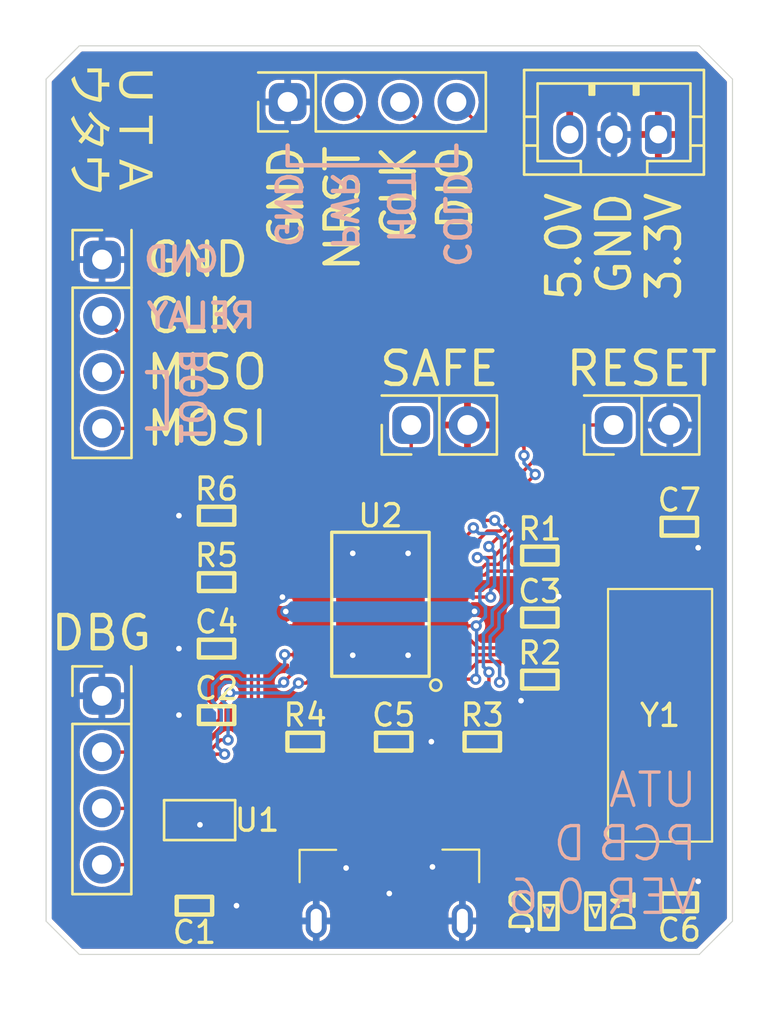
<source format=kicad_pcb>
(kicad_pcb (version 20211014) (generator pcbnew)

  (general
    (thickness 1.6)
  )

  (paper "A4")
  (layers
    (0 "F.Cu" signal)
    (31 "B.Cu" signal)
    (32 "B.Adhes" user "B.Adhesive")
    (33 "F.Adhes" user "F.Adhesive")
    (34 "B.Paste" user)
    (35 "F.Paste" user)
    (36 "B.SilkS" user "B.Silkscreen")
    (37 "F.SilkS" user "F.Silkscreen")
    (38 "B.Mask" user)
    (39 "F.Mask" user)
    (40 "Dwgs.User" user "User.Drawings")
    (41 "Cmts.User" user "User.Comments")
    (42 "Eco1.User" user "User.Eco1")
    (43 "Eco2.User" user "User.Eco2")
    (44 "Edge.Cuts" user)
    (45 "Margin" user)
    (46 "B.CrtYd" user "B.Courtyard")
    (47 "F.CrtYd" user "F.Courtyard")
    (48 "B.Fab" user)
    (49 "F.Fab" user)
  )

  (setup
    (stackup
      (layer "F.SilkS" (type "Top Silk Screen"))
      (layer "F.Paste" (type "Top Solder Paste"))
      (layer "F.Mask" (type "Top Solder Mask") (thickness 0.01))
      (layer "F.Cu" (type "copper") (thickness 0.035))
      (layer "dielectric 1" (type "core") (thickness 1.51) (material "FR4") (epsilon_r 4.5) (loss_tangent 0.02))
      (layer "B.Cu" (type "copper") (thickness 0.035))
      (layer "B.Mask" (type "Bottom Solder Mask") (thickness 0.01))
      (layer "B.Paste" (type "Bottom Solder Paste"))
      (layer "B.SilkS" (type "Bottom Silk Screen"))
      (copper_finish "None")
      (dielectric_constraints no)
    )
    (pad_to_mask_clearance 0.04445)
    (pcbplotparams
      (layerselection 0x00010fc_ffffffff)
      (disableapertmacros false)
      (usegerberextensions false)
      (usegerberattributes false)
      (usegerberadvancedattributes false)
      (creategerberjobfile false)
      (svguseinch false)
      (svgprecision 6)
      (excludeedgelayer true)
      (plotframeref false)
      (viasonmask false)
      (mode 1)
      (useauxorigin false)
      (hpglpennumber 1)
      (hpglpenspeed 20)
      (hpglpendiameter 15.000000)
      (dxfpolygonmode true)
      (dxfimperialunits true)
      (dxfusepcbnewfont true)
      (psnegative false)
      (psa4output false)
      (plotreference true)
      (plotvalue true)
      (plotinvisibletext false)
      (sketchpadsonfab false)
      (subtractmaskfromsilk false)
      (outputformat 1)
      (mirror false)
      (drillshape 1)
      (scaleselection 1)
      (outputdirectory "")
    )
  )

  (net 0 "")
  (net 1 "PWR5")
  (net 2 "GND")
  (net 3 "PWR3.3")
  (net 4 "NRST")
  (net 5 "OSC_IN")
  (net 6 "OSC_OUT")
  (net 7 "Net-(D2-Pad2)")
  (net 8 "USB-")
  (net 9 "Net-(J1-Pad4)")
  (net 10 "USB+")
  (net 11 "SWIO")
  (net 12 "SWCLK")
  (net 13 "T_IO")
  (net 14 "T_CLK")
  (net 15 "T_NRST")
  (net 16 "SPI_MOSI")
  (net 17 "SPI_MISO")
  (net 18 "SPI_CLK")
  (net 19 "BOOT0")
  (net 20 "Net-(R1-Pad2)")
  (net 21 "LED")
  (net 22 "VOLT")
  (net 23 "Net-(U1-Pad4)")
  (net 24 "Net-(D1-Pad1)")

  (footprint "uta:smd0603_hs" (layer "F.Cu") (at 101.2 109.8))

  (footprint "uta:smd0603_hs" (layer "F.Cu") (at 102.2 101.2 180))

  (footprint "uta:smd0603_hs" (layer "F.Cu") (at 116.8 96.8))

  (footprint "uta:smd0603_hs" (layer "F.Cu") (at 110.2 102.4 180))

  (footprint "uta:smd0603_diode_hs" (layer "F.Cu") (at 119.3 110.05 90))

  (footprint "uta:smd0603_diode_hs" (layer "F.Cu") (at 117.2 110.05 90))

  (footprint "uta:conn_usb_b_micro" (layer "F.Cu") (at 110 110.49))

  (footprint "uta:header_1x04_2p54mm" (layer "F.Cu") (at 97.028 80.645))

  (footprint "uta:smd0603_hs" (layer "F.Cu") (at 116.8 94 180))

  (footprint "uta:smd0603_hs" (layer "F.Cu") (at 116.8 99.6 180))

  (footprint "uta:smd0603_hs" (layer "F.Cu") (at 106.2 102.4))

  (footprint "uta:smd0603_hs" (layer "F.Cu") (at 102.2 95.2))

  (footprint "uta:smd0603_hs" (layer "F.Cu") (at 102.2 92.2 180))

  (footprint "uta:sot_23_5_hs" (layer "F.Cu") (at 101.43 105.94 90))

  (footprint "uta:tsop_20_hs" (layer "F.Cu") (at 109.6 96.2 180))

  (footprint "uta:header_1x04_2p54mm" (layer "F.Cu") (at 97.02 100.33))

  (footprint "uta:smd0603_hs" (layer "F.Cu") (at 102.2 98.2 180))

  (footprint "uta:hc_49_hs" (layer "F.Cu") (at 122.23 101.21 90))

  (footprint "uta:smd0603_hs" (layer "F.Cu") (at 123.1 109.65 180))

  (footprint "uta:smd0603_hs" (layer "F.Cu") (at 123.1 92.7))

  (footprint "uta:smd0603_hs" (layer "F.Cu") (at 114.2 102.4))

  (footprint "uta:header_1x02_2p54mm" (layer "F.Cu") (at 110.99 88.11 90))

  (footprint "uta:header_1x02_2p54mm" (layer "F.Cu") (at 120.13 88.11 90))

  (footprint "uta:jst_b3b_ph_k_s" (layer "F.Cu") (at 122.15 75 180))

  (footprint "uta:logo_sm" (layer "F.Cu") (at 97.5 74.8 -90))

  (footprint "uta:header_1x04_2p54mm" (layer "F.Cu") (at 105.41 73.533 90))

  (gr_line (start 99.06 88.265) (end 99.949 88.265) (layer "B.SilkS") (width 0.2) (tstamp 07dbf617-ba7a-4f0c-aa66-2f7bedf20df1))
  (gr_line (start 99.949 85.725) (end 99.06 85.725) (layer "B.SilkS") (width 0.2) (tstamp 2f32bb7b-364d-4942-93d6-c4bfa4f34880))
  (gr_line (start 105.41 75.5015) (end 105.41 76.3905) (layer "B.SilkS") (width 0.2) (tstamp 394fabd8-09c8-44c3-929d-b286252395a9))
  (gr_line (start 113.03 76.3905) (end 113.03 75.5015) (layer "B.SilkS") (width 0.2) (tstamp 5283db2f-9fe4-4177-8f64-2f04c42e8fed))
  (gr_line (start 99.949 88.265) (end 99.949 85.725) (layer "B.SilkS") (width 0.2) (tstamp 72bd2d26-f286-400f-bda8-1b5e6555317c))
  (gr_line (start 105.41 76.3905) (end 113.03 76.3905) (layer "B.SilkS") (width 0.2) (tstamp be54db03-f453-44da-9ae6-ba1c5cf3ab8a))
  (gr_line (start 96 112) (end 124 112) (layer "Edge.Cuts") (width 0.05) (tstamp 00000000-0000-0000-0000-00005f86a0f7))
  (gr_line (start 125.5 110.5) (end 125.5 72.5) (layer "Edge.Cuts") (width 0.05) (tstamp 00000000-0000-0000-0000-00005f86a2f0))
  (gr_line (start 124 71) (end 96 71) (layer "Edge.Cuts") (width 0.05) (tstamp 00000000-0000-0000-0000-00005f86d325))
  (gr_line (start 124 71) (end 125.5 72.5) (layer "Edge.Cuts") (width 0.05) (tstamp 41e510d6-e61b-404a-9d44-8e99c593e4c8))
  (gr_line (start 94.5 72.5) (end 94.5 110.5) (layer "Edge.Cuts") (width 0.05) (tstamp 639730a3-9f31-4e57-be08-5a73e2fa83f4))
  (gr_line (start 94.5 72.5) (end 96 71) (layer "Edge.Cuts") (width 0.05) (tstamp 696d6bcf-15e0-4252-8e5f-bd6bfd1935a3))
  (gr_line (start 96 112) (end 94.5 110.5) (layer "Edge.Cuts") (width 0.05) (tstamp c18822ba-1119-48bf-a0a9-739c83a206fa))
  (gr_line (start 125.5 110.5) (end 124 112) (layer "Edge.Cuts") (width 0.05) (tstamp f5c91f5b-7693-4315-b135-d430157089af))
  (gr_text "\nD\n0.6" (at 119 107) (layer "B.SilkS") (tstamp 00000000-0000-0000-0000-00005f873826)
    (effects (font (size 1.5 1.5) (thickness 0.15)) (justify left mirror))
  )
  (gr_text "COLD" (at 113.03 76.581 270) (layer "B.SilkS") (tstamp 36b9d5c5-a96f-43ed-a238-0abcc59e0471)
    (effects (font (size 1.1 1.1) (thickness 0.2)) (justify right mirror))
  )
  (gr_text "GND" (at 105.41 76.581 270) (layer "B.SilkS") (tstamp 7027a581-6687-4000-9a98-934575457945)
    (effects (font (size 1.1 1.1) (thickness 0.2)) (justify right mirror))
  )
  (gr_text "UTA\nPCB\nVER" (at 124 107) (layer "B.SilkS") (tstamp 8baa5c62-9d86-4121-9e79-0c6ab4140f2f)
    (effects (font (size 1.5 1.5) (thickness 0.15)) (justify left mirror))
  )
  (gr_text "BOOT" (at 101.2 86.8 90) (layer "B.SilkS") (tstamp 8bdc943f-fa8c-438d-9382-c1305547dc82)
    (effects (font (size 1.1 1.1) (thickness 0.2)) (justify mirror))
  )
  (gr_text "PWR" (at 107.95 76.581 270) (layer "B.SilkS") (tstamp a340f86c-3170-4099-b1a0-2b9d9099bad3)
    (effects (font (size 1.1 1.1) (thickness 0.2)) (justify right mirror))
  )
  (gr_text "GND" (at 98.806 80.645) (layer "B.SilkS") (tstamp c037424f-3e16-417f-88e3-bdf7637d2b63)
    (effects (font (size 1.1 1.1) (thickness 0.2)) (justify right mirror))
  )
  (gr_text "RELAY" (at 98.933 83.185) (layer "B.SilkS") (tstamp e6c29824-7632-4407-9f2e-e870fa499bae)
    (effects (font (size 1.1 1.1) (thickness 0.2)) (justify right mirror))
  )
  (gr_text "HOT" (at 110.49 76.581 270) (layer "B.SilkS") (tstamp febfc51f-92ec-4b06-a036-877467d3e909)
    (effects (font (size 1.1 1.1) (thickness 0.2)) (justify right mirror))
  )
  (gr_text "RESET" (at 121.4 85.57) (layer "F.SilkS") (tstamp 00000000-0000-0000-0000-00005f86cc4d)
    (effects (font (size 1.5 1.5) (thickness 0.2)))
  )
  (gr_text "NRST" (at 107.89 75.39 90) (layer "F.SilkS") (tstamp 00000000-0000-0000-0000-00005f86cce7)
    (effects (font (size 1.5 1.5) (thickness 0.2)) (justify right))
  )
  (gr_text "GND" (at 98.925 80.645) (layer "F.SilkS") (tstamp 00000000-0000-0000-0000-00005f86cd29)
    (effects (font (size 1.5 1.5) (thickness 0.2)) (justify left))
  )
  (gr_text "MOSI" (at 98.925 88.265) (layer "F.SilkS") (tstamp 00000000-0000-0000-0000-00005f86cec8)
    (effects (font (size 1.5 1.5) (thickness 0.2)) (justify left))
  )
  (gr_text "DIO" (at 112.97 75.39 90) (layer "F.SilkS") (tstamp 00000000-0000-0000-0000-00005f86d367)
    (effects (font (size 1.5 1.5) (thickness 0.2)) (justify right))
  )
  (gr_text "GND" (at 105.35 75.39 90) (layer "F.SilkS") (tstamp 00000000-0000-0000-0000-00005f86d36a)
    (effects (font (size 1.5 1.5) (thickness 0.2)) (justify right))
  )
  (gr_text "CLK" (at 110.43 75.39 90) (layer "F.SilkS") (tstamp 00000000-0000-0000-0000-00005f86d3a0)
    (effects (font (size 1.5 1.5) (thickness 0.2)) (justify right))
  )
  (gr_text "DBG" (at 97 97.5) (layer "F.SilkS") (tstamp 00000000-0000-0000-0000-00005f86d46d)
    (effects (font (size 1.5 1.5) (thickness 0.2)))
  )
  (gr_text "5.0V" (at 117.9 77.5 90) (layer "F.SilkS") (tstamp 00000000-0000-0000-0000-00005f86e114)
    (effects (font (size 1.5 1.5) (thickness 0.2)) (justify right))
  )
  (gr_text "3.3V" (at 122.4 77.5 90) (layer "F.SilkS") (tstamp 00000000-0000-0000-0000-00005f86e117)
    (effects (font (size 1.5 1.5) (thickness 0.2)) (justify right))
  )
  (gr_text "GND" (at 120.15 77.5 90) (layer "F.SilkS") (tstamp 00000000-0000-0000-0000-00005f86e189)
    (effects (font (size 1.5 1.5) (thickness 0.2)) (justify right))
  )
  (gr_text "SAFE" (at 112.26 85.57) (layer "F.SilkS") (tstamp 6fd5f596-e063-4efb-a5fd-69ddada1bbe5)
    (effects (font (size 1.5 1.5) (thickness 0.2)))
  )
  (gr_text "MISO" (at 98.925 85.725) (layer "F.SilkS") (tstamp 7e2ab071-1922-4de7-b29e-1b0383c62925)
    (effects (font (size 1.5 1.5) (thickness 0.2)) (justify left))
  )
  (gr_text "CLK" (at 98.925 83.185) (layer "F.SilkS") (tstamp a7a64bdb-64c8-441c-9036-4bc1268d4d83)
    (effects (font (size 1.5 1.5) (thickness 0.2)) (justify left))
  )

  (segment (start 107.9912 108.6588) (end 107.625 109.025) (width 0.3048) (layer "F.Cu") (net 1) (tstamp 00eb15d6-8c48-401b-b3d7-ae8a5302a17e))
  (segment (start 105.278768 108.24481) (end 100.48 108.24481) (width 0.3048) (layer "F.Cu") (net 1) (tstamp 019324fe-277d-4db1-8292-536dd90ee574))
  (segment (start 108.7 108.3) (end 108.3875 108.6125) (width 0.3048) (layer "F.Cu") (net 1) (tstamp 0c007481-ead5-4ae4-806c-66b2db0df698))
  (segment (start 101.35 95.2) (end 95.3 95.2) (width 0.1524) (layer "F.Cu") (net 1) (tstamp 13b06e34-6fb9-4f13-b41f-95ddadcae408))
  (segment (start 108.7 108.575) (end 108.23019 109.04481) (width 0.3048) (layer "F.Cu") (net 1) (tstamp 166d69d9-ff0b-4d9e-a447-edff827951f2))
  (segment (start 100.48 107.24) (end 100.48 108.52) (width 0.3048) (layer "F.Cu") (net 1) (tstamp 17f508bf-61c9-4513-b661-7e735930ec2b))
  (segment (start 106 109.25) (end 105.6 108.85) (width 0.3048) (layer "F.Cu") (net 1) (tstamp 24417f6c-ac85-44c9-adae-d154dbd6898b))
  (segment (start 96.5 109.8) (end 95.3 108.6) (width 0.3048) (layer "F.Cu") (net 1) (tstamp 24b71fc5-83ac-4411-b502-46991bc5c4f8))
  (segment (start 100.48 109.67) (end 100.35 109.8) (width 0.3048) (layer "F.Cu") (net 1) (tstamp 29ae4a80-9696-480c-8065-35ae66d13525))
  (segment (start 100.35 109.8) (end 100.65 109.5) (width 0.3048) (layer "F.Cu") (net 1) (tstamp 301c29e2-0e86-48fa-9824-02f7ae00377c))
  (segment (start 105.6 108.8) (end 105.833958 108.8) (width 0.3048) (layer "F.Cu") (net 1) (tstamp 34d0cb55-6371-4db4-8b53-c7f251ca1dc8))
  (segment (start 105.441979 108.408021) (end 105.278768 108.24481) (width 0.3048) (layer "F.Cu") (net 1) (tstamp 37034c19-e1ac-43b1-9ff8-270267a8f6ff))
  (segment (start 108.3412 108.6588) (end 107.9912 108.6588) (width 0.3048) (layer "F.Cu") (net 1) (tstamp 41f01662-e238-4f7b-b480-e53aeb56584f))
  (segment (start 105.841979 108.808021) (end 105.441979 108.408021) (width 0.3048) (layer "F.Cu") (net 1) (tstamp 445b9938-9c77-4cbd-9723-bf5bd89ff232))
  (segment (start 108.7 107.815) (end 108.7 108.3) (width 0.3048) (layer "F.Cu") (net 1) (tstamp 46d2fd20-2e2a-49a2-9517-410fb2794dc4))
  (segment (start 100.65 108.9) (end 100.65 108.8) (width 0.3048) (layer "F.Cu") (net 1) (tstamp 4bafe7c7-5a84-452a-9dfe-df40dd4a7e35))
  (segment (start 108.3875 108.6125) (end 107.95519 109.04481) (width 0.3048) (layer "F.Cu") (net 1) (tstamp 4c12e7ff-e315-476d-b44c-927a51f235c1))
  (segment (start 100.658021 108.408021) (end 100.625 108.375) (width 0.3048) (layer "F.Cu") (net 1) (tstamp 509ad442-6975-48d6-9376-7fe602b01e5f))
  (segment (start 105.833958 108.8) (end 105.841979 108.808021) (width 0.3048) (layer "F.Cu") (net 1) (tstamp 5137a47d-f70d-4d4a-8dc5-2e1168db5871))
  (segment (start 108.23019 109.04481) (end 108.025 109.25) (width 0.3048) (layer "F.Cu") (net 1) (tstamp 548d1bd9-fa2a-45c6-8b6f-035e56f6af3a))
  (segment (start 100.65 108.9) (end 105.933958 108.9) (width 0.3048) (layer "F.Cu") (net 1) (tstamp 5ad36aa5-072c-4e69-a247-7bb65a8fa943))
  (segment (start 100.48 108.52) (end 100.48 109.67) (width 0.3048) (layer "F.Cu") (net 1) (tstamp 5c3ab2f6-6ea1-413c-a93e-2b1c02f6e6b5))
  (segment (start 108.7 107.815) (end 108.7 108.575) (width 0.3048) (layer "F.Cu") (net 1) (tstamp 605f04f0-380a-4ad4-a004-ea480b148e37))
  (segment (start 108.7 108.240263) (end 108.281463 108.6588) (width 0.3048) (layer "F.Cu") (net 1) (tstamp 6d102952-0ad2-44bc-9d13-262228f6084a))
  (segment (start 105.441979 108.408021) (end 100.658021 108.408021) (width 0.3048) (layer "F.Cu") (net 1) (tstamp 6d6c58ed-d46f-4980-ac87-fb3d979c6474))
  (segment (start 100.65 108.55) (end 105.35 108.55) (width 0.3048) (layer "F.Cu") (net 1) (tstamp 6e25e259-a505-4cce-8a86-a80bf4c40e83))
  (segment (start 108.7 107.815) (end 108.7 108.240263) (width 0.3048) (layer "F.Cu") (net 1) (tstamp 6e357db9-6d59-47a8-a1f3-34c813822bae))
  (segment (start 108.3875 108.6125) (end 108.3412 108.6588) (width 0.3048) (layer "F.Cu") (net 1) (tstamp 6e7311dc-2849-4eb7-838c-9cf4c017c42f))
  (segment (start 102.38 107.94) (end 102.38 108.24481) (width 0.3048) (layer "F.Cu") (net 1) (tstamp 754b78f8-a326-480d-b9b3-4233e7641090))
  (segment (start 108.025 109.25) (end 106 109.25) (width 0.3048) (layer "F.Cu") (net 1) (tstamp 79dea0b4-c745-481d-996d-737276ca98cb))
  (segment (start 100.65 108.8) (end 105.6 108.8) (width 0.3048) (layer "F.Cu") (net 1) (tstamp 8b65cd1b-b916-4963-8972-3893979f6cf4))
  (segment (start 100.65 109.5) (end 100.65 108.9) (width 0.3048) (layer "F.Cu") (net 1) (tstamp 99b7185b-750b-4da2-a31d-fbf1b3fce432))
  (segment (start 100.65 108.8) (end 100.65 108.55) (width 0.3048) (layer "F.Cu") (net 1) (tstamp 99d9bccf-6b17-4ace-9c5c-b4bf16d83d2e))
  (segment (start 95.3 75.3) (end 98.85 71.75) (width 0.3048) (layer "F.Cu") (net 1) (tstamp 9b542e42-6f81-460f-8a52-ae15e8f78214))
  (segment (start 100.35 109.8) (end 96.5 109.8) (width 0.3048) (layer "F.Cu") (net 1) (tstamp a9f19df5-0a43-4181-baf7-22e5798485a5))
  (segment (start 98.85 71.75) (end 116.0798 71.75) (width 0.3048) (layer "F.Cu") (net 1) (tstamp acebd2e9-a6a9-4105-b686-0160a863fd64))
  (segment (start 105.35 108.55) (end 105.6 108.8) (width 0.3048) (layer "F.Cu") (net 1) (tstamp b3f3fab9-e515-4c55-a23d-81d666d5eb8e))
  (segment (start 100.65 107.41) (end 100.48 107.24) (width 0.3048) (layer "F.Cu") (net 1) (tstamp b8515601-3ff0-41f5-9ffb-ea906b4e87b1))
  (segment (start 106.078768 109.04481) (end 105.841979 108.808021) (width 0.3048) (layer "F.Cu") (net 1) (tstamp be4be774-0a32-43a1-b950-f1469711796c))
  (segment (start 95.3 95.2) (end 95.3 75.3) (width 0.3048) (layer "F.Cu") (net 1) (tstamp bf8306d7-8a0e-42d5-82e8-1e638ee84ce8))
  (segment (start 107.95519 109.04481) (end 106.078768 109.04481) (width 0.3048) (layer "F.Cu") (net 1) (tstamp c482a7d3-2902-431a-ab1e-29f9dddb6e27))
  (segment (start 118.15 73.8202) (end 118.15 75) (width 0.3048) (layer "F.Cu") (net 1) (tstamp c5613c55-a117-4ad9-a1d5-ab032f32ca0c))
  (segment (start 95.3 108.6) (end 95.3 95.2) (width 0.3048) (layer "F.Cu") (net 1) (tstamp c8cecf8f-54bf-462e-a478-ec1a88096af2))
  (segment (start 116.0798 71.75) (end 118.15 73.8202) (width 0.3048) (layer "F.Cu") (net 1) (tstamp ca6cf1df-a64c-4172-aa2e-76896647a048))
  (segment (start 105.933958 108.9) (end 106.078768 109.04481) (width 0.3048) (layer "F.Cu") (net 1) (tstamp cffffcbb-f241-411d-bcc8-1c015b95b72a))
  (segment (start 108.23019 109.04481) (end 107.95519 109.04481) (width 0.3048) (layer "F.Cu") (net 1) (tstamp dc007eb5-7e41-4bf5-b80c-521c9c9a0c06))
  (segment (start 108.281463 108.6588) (end 108.15 108.6588) (width 0.3048) (layer "F.Cu") (net 1) (tstamp e24de5e3-2468-4bea-af20-8e03ffefa247))
  (segment (start 100.65 108.55) (end 100.65 107.41) (width 0.3048) (layer "F.Cu") (net 1) (tstamp e9f15b5d-9f18-427d-b4ce-6df4f32a5c94))
  (segment (start 102.38 107.94) (end 102.38 107.24) (width 0.3048) (layer "F.Cu") (net 1) (tstamp ef8b91e1-b259-4eb0-a48b-dd3b0f842b64))
  (segment (start 106.5 95.875) (end 105.175 95.875) (width 0.1524) (layer "F.Cu") (net 2) (tstamp 05bb5912-1245-4582-9952-8e069676d872))
  (segment (start 101.43 107.24) (end 101.43 106.17) (width 0.3048) (layer "F.Cu") (net 2) (tstamp 118aeb35-497f-477b-beb9-cccd9e02f80c))
  (segment (start 101.35 98.2) (end 100.5 98.2) (width 0.1524) (layer "F.Cu") (net 2) (tstamp 19bd346a-cb7c-4279-afe0-0f39dba8cabc))
  (segment (start 111.2 110.45) (end 110 109.25) (width 0.3048) (layer "F.Cu") (net 2) (tstamp 1f1a4bd3-a180-4b83-b68d-e877f926266a))
  (segment (start 108.8 110.45) (end 110 109.25) (width 0.3048) (layer "F.Cu") (net 2) (tstamp 40d99a0e-8893-4d54-b87b-b416df4d1383))
  (segment (start 115.95 99.6) (end 115.95 100.55) (width 0.1524) (layer "F.Cu") (net 2) (tstamp 46af0912-3da0-4ebf-bd51-dd854c162891))
  (segment (start 123.95 92.7) (end 123.95 93.65) (width 0.1524) (layer "F.Cu") (net 2) (tstamp 4e1f60b0-8abb-4977-88c9-5dd9c00ed9e9))
  (segment (start 101.35 92.2) (end 100.5 92.2) (width 0.1524) (layer "F.Cu") (net 2) (tstamp 6acd3d7b-8838-4df9-ae03-09e1a7cd6530))
  (segment (start 117.65 96.8) (end 117.65 95.85) (width 0.1524) (layer "F.Cu") (net 2) (tstamp 753ddea8-9ed5-45a6-a1f2-3e8111877c9a))
  (segment (start 108.8 110.49) (end 108.8 110.45) (width 0.3048) (layer "F.Cu") (net 2) (tstamp 76e3aaf0-15c7-451b-b42c-5df1bb85fd55))
  (segment (start 101.43 106.17) (end 101.45 106.15) (width 0.3048) (layer "F.Cu") (net 2) (tstamp 95a13674-5bcf-4f65-94eb-473d8628e4f2))
  (segment (start 111.05 102.4) (end 111.9 102.4) (width 0.1524) (layer "F.Cu") (net 2) (tstamp a0876baa-e5a7-4c06-98c7-b8828ec09c88))
  (segment (start 111.95 108.05) (end 113.19 108.05) (width 0.3048) (layer "F.Cu") (net 2) (tstamp a15cb1a7-8738-4d09-bb7f-c9ebfc84f23f))
  (segment (start 108.05 108.1) (end 106.85 108.1) (width 0.3048) (layer "F.Cu") (net 2) (tstamp a1eb42bf-b298-4490-a8ad-c44b7aece184))
  (segment (start 113.19 108.05) (end 113.2 108.04) (width 0.3048) (layer "F.Cu") (net 2) (tstamp a4f6de3c-ba77-49cb-a23c-5e9745dd4acd))
  (segment (start 101.35 101.2) (end 100.5 101.2) (width 0.1524) (layer "F.Cu") (net 2) (tstamp c5810e9f-c02d-4a2a-bd74-d79d66bff9ab))
  (segment (start 111.95 108.05) (end 111.35 108.05) (width 0.3048) (layer "F.Cu") (net 2) (tstamp df14ed0f-2239-4afb-a70f-dd8f6844fc97))
  (segment (start 111.2 110.49) (end 111.2 110.45) (width 0.3048) (layer "F.Cu") (net 2) (tstamp eb1bb737-4253-4f7f-9ade-2e807296e0f9))
  (segment (start 123.95 109.65) (end 123.95 108.7) (width 0.1524) (layer "F.Cu") (net 2) (tstamp f336726b-b670-42a3-92c3-8d724fab3d68))
  (segment (start 117.2 110.9) (end 116.25 110.9) (width 0.1524) (layer "F.Cu") (net 2) (tstamp fcd5937e-bb0d-4b02-9f31-855063409766))
  (segment (start 103.1 109.8) (end 102.05 109.8) (width 0.3048) (layer "F.Cu") (net 2) (tstamp ff095076-8594-4c75-a4f3-215c70babfb8))
  (via (at 110.85 98.5) (size 0.508) (drill 0.254) (layers "F.Cu" "B.Cu") (net 2) (tstamp 051e76d5-a23b-4b62-a5ac-66e043a6d5ac))
  (via (at 111.95 108.05) (size 0.508) (drill 0.254) (layers "F.Cu" "B.Cu") (net 2) (tstamp 1a774c9e-2a62-4a19-adae-6bb7e00e6055))
  (via (at 105.175 95.875) (size 0.508) (drill 0.254) (layers "F.Cu" "B.Cu") (net 2) (tstamp 2e34dc5c-a1fc-4be5-8a28-8b1cc94a8a7f))
  (via (at 108.05 108.1) (size 0.508) (drill 0.254) (layers "F.Cu" "B.Cu") (net 2) (tstamp 4f37c284-ca69-4dec-82f5-0fb6d7c48ec8))
  (via (at 100.5 101.2) (size 0.508) (drill 0.254) (layers "F.Cu" "B.Cu") (net 2) (tstamp 6ffa90a9-694f-4c6b-87a6-d0565917ac1e))
  (via (at 123.95 93.65) (size 0.508) (drill 0.254) (layers "F.Cu" "B.Cu") (net 2) (tstamp 8b45bec2-6504-420d-a100-af12108ad147))
  (via (at 108.35 98.5) (size 0.508) (drill 0.254) (layers "F.Cu" "B.Cu") (net 2) (tstamp 95ea2837-0b75-4e91-bbb3-1310f2756443))
  (via (at 110.85 93.9) (size 0.508) (drill 0.254) (layers "F.Cu" "B.Cu") (net 2) (tstamp 9a61956a-72b3-4939-8827-5243fd840f3a))
  (via (at 100.5 92.2) (size 0.508) (drill 0.254) (layers "F.Cu" "B.Cu") (net 2) (tstamp b08a9e66-14ad-4e61-9340-4b5a81cb2c3a))
  (via (at 110 109.25) (size 0.508) (drill 0.254) (layers "F.Cu" "B.Cu") (net 2) (tstamp b3d43c79-ea6e-4672-9c7f-384c4619d67b))
  (via (at 108.35 93.9) (size 0.508) (drill 0.254) (layers "F.Cu" "B.Cu") (net 2) (tstamp bcc32579-250d-448b-aaf3-a75824d9efba))
  (via (at 123.95 108.7) (size 0.508) (drill 0.254) (layers "F.Cu" "B.Cu") (net 2) (tstamp c43b1fa6-6b6d-498e-87ae-0384ad3e0916))
  (via (at 111.9 102.4) (size 0.508) (drill 0.254) (layers "F.Cu" "B.Cu") (net 2) (tstamp d6794f0f-1503-4249-b701-d746a67ba9ec))
  (via (at 103.1 109.8) (size 0.508) (drill 0.254) (layers "F.Cu" "B.Cu") (net 2) (tstamp da1b4b56-df6b-4dfd-82d5-70f1b75e704d))
  (via (at 101.45 106.15) (size 0.508) (drill 0.254) (layers "F.Cu" "B.Cu") (net 2) (tstamp dfd4a012-070e-48ff-8d38-8d97286c3511))
  (via (at 116.25 110.9) (size 0.508) (drill 0.254) (layers "F.Cu" "B.Cu") (net 2) (tstamp e74e13c4-f976-4d88-89fd-5835e1e8d522))
  (via (at 117.65 95.85) (size 0.508) (drill 0.254) (layers "F.Cu" "B.Cu") (net 2) (tstamp e8858450-0711-41a4-afe7-72c26d3afb1e))
  (via (at 100.5 98.2) (size 0.508) (drill 0.254) (layers "F.Cu" "B.Cu") (net 2) (tstamp f2c7f29b-9a66-4a58-8595-4aea531afc3d))
  (via (at 115.95 100.55) (size 0.508) (drill 0.254) (layers "F.Cu" "B.Cu") (net 2) (tstamp faecf885-b0b1-4b62-afb8-1ca773c0ece3))
  (segment (start 102.8 100.990263) (end 102.8 101) (width 0.3048) (layer "F.Cu") (net 3) (tstamp 029a9bea-41b9-42a9-aeac-7709a4f90c76))
  (segment (start 103.3976 101.2) (end 103.3976 100.392663) (width 0.3048) (layer "F.Cu") (net 3) (tstamp 1071904b-86ba-4cbe-8d5c-233beccb6afc))
  (segment (start 105.431361 96.525) (end 105.325 96.525) (width 0.3048) (layer "F.Cu") (net 3) (tstamp 1277aa7e-ff13-4877-8103-e2a478aa1540))
  (segment (start 103.3976 100.392663) (end 102.8 100.990263) (width 0.3048) (layer "F.Cu") (net 3) (tstamp 23195716-5ce6-4152-9bce-80ba0f4c22e8))
  (segment (start 102.375 101.875) (end 102.487549 101.762452) (width 0.3048) (layer "F.Cu") (net 3) (tstamp 2cecd7c3-5872-473d-b152-5770f858f4df))
  (segment (start 113.85 96.525) (end 113.85 96.520088) (width 0.3048) (layer "F.Cu") (net 3) (tstamp 4f4732ba-1b17-4031-b321-99ce17bd9c3f))
  (segment (start 103.05 101.2) (end 102.375 101.875) (width 0.3048) (layer "F.Cu") (net 3) (tstamp 6868005d-f423-4381-9a2c-94afabef9c7d))
  (segment (start 115.675 96.525) (end 115.95 96.8) (width 0.3048) (layer "F.Cu") (net 3) (tstamp 697cac67-540d-4084-8ab7-5e082450e90f))
  (segment (start 105.431361 96.525) (end 106.5 96.525) (width 0.3048) (layer "F.Cu") (net 3) (tstamp 6df31dd1-27e3-432e-8256-6bec2da13fab))
  (segment (start 113.85 96.520088) (end 113.849359 96.519447) (width 0.3048) (layer "F.Cu") (net 3) (tstamp 89345d70-9238-4388-b722-df1d93bf241d))
  (segment (start 103.05 101.625) (end 103.2 101.775) (width 0.3048) (layer "F.Cu") (net 3) (tstamp 9f4239e6-a0b5-42ba-beac-9d13a478c3b5))
  (segment (start 102.487549 101.762452) (end 102.925 101.762452) (width 0.3048) (layer "F.Cu") (net 3) (tstamp ac829ac8-3a80-4a14-8569-fc54ead9efaa))
  (segment (start 112.7 96.525) (end 113.85 96.525) (width 0.3048) (layer "F.Cu") (net 3) (tstamp b05067fe-50f2-49dd-a86c-d1ed9dc5626b))
  (segment (start 103.2 98.2) (end 103.3976 98.3976) (width 0.3048) (layer "F.Cu") (net 3) (tstamp bebfa9fa-2362-422f-ba48-97d024ba88b3))
  (segment (start 103.39761 101.54761) (end 103.39761 102.125) (width 0.3048) (layer "F.Cu") (net 3) (tstamp dacf2fbe-ee99-4385-9016-9d5033349e46))
  (segment (start 103.05 98.2) (end 103.2 98.2) (width 0.3048) (layer "F.Cu") (net 3) (tstamp ed1b97ea-89ba-4df1-8c16-fb4770552b0b))
  (segment (start 103.05 101.2) (end 103.39761 101.54761) (width 0.3048) (layer "F.Cu") (net 3) (tstamp f40b481b-70cd-4d2a-ab25-33c9db665ff6))
  (via (at 113.849359 96.519447) (size 0.508) (drill 0.254) (layers "F.Cu" "B.Cu") (net 3) (tstamp 0af806cb-c1c6-40aa-a364-26c32818e429))
  (via (at 105.325 96.525) (size 0.508) (drill 0.254) (layers "F.Cu" "B.Cu") (net 3) (tstamp 3c34c587-8ae3-44fc-9f87-42c9a2683848))
  (segment (start 105.325 96.525) (end 105.325 96.515263) (width 0.3048) (layer "B.Cu") (net 3) (tstamp 071cdba1-2a1a-4dc6-a505-70eb22fe70ce))
  (segment (start 105.325 96.525) (end 105.5 96.35) (width 0.3048) (layer "B.Cu") (net 3) (tstamp 259c86b9-6052-42a4-9ae1-1b237107382f))
  (segment (start 113.6 96.7) (end 105.5 96.7) (width 0.3048) (layer "B.Cu") (net 3) (tstamp 33124120-2086-4d81-81fa-650e7d0f3aa5))
  (segment (start 113.843806 96.525) (end 113.849359 96.519447) (width 0.3048) (layer "B.Cu") (net 3) (tstamp 4a1b963e-76f5-45db-ae60-2143e25dbe15))
  (segment (start 105.5 96.35) (end 113.6 96.35) (width 0.3048) (layer "B.Cu") (net 3) (tstamp 5a3aac5d-7fff-4297-ba36-d52ab757d7f9))
  (segment (start 105.65 96.85) (end 113.45 96.85) (width 0.3048) (layer "B.Cu") (net 3) (tstamp 5ee9a8fb-651e-49eb-85cc-7cc0b11555fd))
  (segment (start 105.325 96.515263) (end 105.620132 96.220131) (width 0.3048) (layer "B.Cu") (net 3) (tstamp 8c3bdf5e-9a57-4236-a388-846af76b55e1))
  (segment (start 113.8 96.5) (end 113.6 96.7) (width 0.3048) (layer "B.Cu") (net 3) (tstamp 947c84a6-1ac6-47a8-aac3-be6b1268ddb4))
  (segment (start 113.6 96.35) (end 113.75 96.5) (width 0.3048) (layer "B.Cu") (net 3) (tstamp 99074543-a0fc-4302-9140-1b62e6b8909e))
  (segment (start 105.325 96.525) (end 113.843806 96.525) (width 0.3048) (layer "B.Cu") (net 3) (tstamp a8dc163f-0679-4999-b845-1c6bb35e1dad))
  (segment (start 105.5 96.7) (end 105.325 96.525) (width 0.3048) (layer "B.Cu") (net 3) (tstamp b10cb437-0b38-4d45-a96f-32f4286bd4be))
  (segment (start 105.325 96.525) (end 105.65 96.85) (width 0.3048) (layer "B.Cu") (net 3) (tstamp bb509b37-9e72-499d-827e-8b72e88a5cec))
  (segment (start 105.620132 96.220131) (end 113.520131 96.220131) (width 0.3048) (layer "B.Cu") (net 3) (tstamp e5fab45f-7b07-490d-8eb7-e416661c9bf6))
  (segment (start 113.520131 96.220131) (end 113.8 96.5) (width 0.3048) (layer "B.Cu") (net 3) (tstamp e91032e6-8cf4-433f-b425-71881824a0dd))
  (segment (start 113.45 96.85) (end 113.65 96.65) (width 0.3048) (layer "B.Cu") (net 3) (tstamp f61fe306-373c-4e57-86af-d3891dc7cf97))
  (segment (start 102.32139 101.387792) (end 102.32139 100.769428) (width 0.1524) (layer "F.Cu") (net 4) (tstamp 06152163-cb29-42c9-ac31-373a8b9d6392))
  (segment (start 115.95 90.3) (end 118.14 88.11) (width 0.1524) (layer "F.Cu") (net 4) (tstamp 0fc8514d-e846-47de-983d-d7cbc74e2883))
  (segment (start 105.9 99.7559) (end 105.9441 99.8) (width 0.1524) (layer "F.Cu") (net 4) (tstamp 18653eef-2270-4648-aaee-871152379fd6))
  (segment (start 106.42139 99.57861) (end 109.32861 99.57861) (width 0.1524) (layer "F.Cu") (net 4) (tstamp 22722b1c-c6dd-40a9-95d4-8f66a7bc5dd1))
  (segment (start 114.676534 94.0924) (end 113.978432 94.0924) (width 0.1524) (layer "F.Cu") (net 4) (tstamp 3afb2ed2-e0b7-4b08-9dbc-933f980ccfad))
  (segment (start 106.2441 99.7559) (end 106.42139 99.57861) (width 0.1524) (layer "F.Cu") (net 4) (tstamp 3e4b60b2-638a-4cdc-bcb1-5614a06ef30f))
  (segment (start 118.14 88.11) (end 120.13 88.11) (width 0.1524) (layer "F.Cu") (net 4) (tstamp 4a6e5a43-2edf-45cf-af2c-b0c6a32894c6))
  (segment (start 100.839182 102.87) (end 102.32139 101.387792) (width 0.1524) (layer "F.Cu") (net 4) (tstamp 4c795e12-a157-41ab-a702-8f95c0f91a97))
  (segment (start 115.95 91.675) (end 115.95 91.2) (width 0.1524) (layer "F.Cu") (net 4) (tstamp 639a9c49-337e-4579-b10c-09eba7084dc7))
  (segment (start 102.8 100.290818) (end 102.8 100.2) (width 0.1524) (layer "F.Cu") (net 4) (tstamp 6d5ecb6d-f0ea-4adf-a068-ffde1546e516))
  (segment (start 109.32861 99.57861) (end 113.901867 99.57861) (width 0.1524) (layer "F.Cu") (net 4) (tstamp 6f953241-dc4d-425f-a7dc-f7551e204a48))
  (segment (start 112.7 97.175) (end 113.925 97.175) (width 0.1524) (layer "F.Cu") (net 4) (tstamp 7ed60cd2-2a91-44f5-9c92-fd8bb98e06eb))
  (segment (start 114.676534 94.0924) (end 115.95 92.818934) (width 0.1524) (layer "F.Cu") (net 4) (tstamp 80c909c4-a35f-4ee3-8475-6a597ce9ff04))
  (segment (start 102.32139 100.769428) (end 102.8 100.290818) (width 0.1524) (layer "F.Cu") (net 4) (tstamp 8780ebcc-21de-4bf8-b162-935df59fe861))
  (segment (start 109.32861 99.57861) (end 109.32861 102.37861) (width 0.1524) (layer "F.Cu") (net 4) (tstamp 8a30b802-6717-47ef-90c5-199a412e2cd9))
  (segment (start 97.02 102.87) (end 100.839182 102.87) (width 0.1524) (layer "F.Cu") (net 4) (tstamp a550c2c7-8af7-4fda-9bd0-05e2ef58f1a1))
  (segment (start 115.95 91.2) (end 115.95 90.3) (width 0.1524) (layer "F.Cu") (net 4) (tstamp be08b9f8-b3d3-4f8c-b296-3473cbf0358c))
  (segment (start 113.978432 94.0924) (end 113.977932 94.0929) (width 0.1524) (layer "F.Cu") (net 4) (tstamp daa68bc6-9317-4688-841e-05bc4cdae9b8))
  (segment (start 115.95 92.818934) (end 115.95 91.675) (width 0.1524) (layer "F.Cu") (net 4) (tstamp ed34fe22-6f10-4dbf-9a3c-25cf1ca459fb))
  (segment (start 105.9 99.7559) (end 106.2441 99.7559) (width 0.1524) (layer "F.Cu") (net 4) (tstamp ee7776e6-c452-424a-8d74-032eba6cbc22))
  (via (at 113.925 97.175) (size 0.508) (drill 0.254) (layers "F.Cu" "B.Cu") (net 4) (tstamp 20a67e73-2834-4e4b-a487-d70ece2e631d))
  (via (at 113.901867 99.57861) (size 0.508) (drill 0.254) (layers "F.Cu" "B.Cu") (net 4) (tstamp 21c0a8dc-e90c-4ee3-8652-ed5fa0b7fd67))
  (via (at 113.977932 94.0929) (size 0.508) (drill 0.254) (layers "F.Cu" "B.Cu") (net 4) (tstamp 86c0edfe-dceb-4cf8-8ac1-7a8e63b9bf46))
  (via (at 102.8 100.2) (size 0.508) (drill 0.254) (layers "F.Cu" "B.Cu") (net 4) (tstamp 9d5b0b3e-b488-4e46-9a0b-8b0454b058a0))
  (via (at 105.9 99.7559) (size 0.508) (drill 0.254) (layers "F.Cu" "B.Cu") (net 4) (tstamp d64047bb-5df7-4e32-9e1d-75fc74b0efcb))
  (segment (start 105.4559 100.2) (end 105.9 99.7559) (width 0.1524) (layer "B.Cu") (net 4) (tstamp 1fd11c13-b9a1-4605-bd08-db4126c4b5af))
  (segment (start 113.925 97.175) (end 113.9452 97.1952) (width 0.1524) (layer "B.Cu") (net 4) (tstamp 491ce905-906f-473f-9610-cdb101abcd9e))
  (segment (start 114.3179 94.0929) (end 114.449199 94.224199) (width 0.1524) (layer "B.Cu") (net 4) (tstamp 5376f562-66ae-41ee-bf0f-f42129b8a82d))
  (segment (start 114.34375 96.75625) (end 113.925 97.175) (width 0.1524) (layer "B.Cu") (net 4) (tstamp 5cd7d9b6-ece3-430a-a53b-5c3251799bb4))
  (segment (start 113.977932 94.0929) (end 114.3179 94.0929) (width 0.1524) (layer "B.Cu") (net 4) (tstamp 5f59be83-5333-48db-9d0d-f4aa77ee09d5))
  (segment (start 114.34375 96.32625) (end 114.34375 96.75625) (width 0.1524) (layer "B.Cu") (net 4) (tstamp 629e1315-1a1f-4d43-a541-4cd62859daad))
  (segment (start 114.0924 95.601548) (end 114.0924 96.0749) (width 0.1524) (layer "B.Cu") (net 4) (tstamp 8f961d3f-fce7-4c11-b5d6-a32f80a3b284))
  (segment (start 114.449199 94.224199) (end 114.449199 95.244749) (width 0.1524) (layer "B.Cu") (net 4) (tstamp 92fc9887-c097-454f-8403-5da8247faea1))
  (segment (start 113.9452 97.1952) (end 113.9452 99.535277) (width 0.1524) (layer "B.Cu") (net 4) (tstamp 9b946581-0dd3-4b07-bab2-7bb440bf8cbe))
  (segment (start 102.8 100.2) (end 105.4559 100.2) (width 0.1524) (layer "B.Cu") (net 4) (tstamp b6650cad-4bae-4ec7-bedd-d016d0507eef))
  (segment (start 114.0924 96.0749) (end 114.34375 96.32625) (width 0.1524) (layer "B.Cu") (net 4) (tstamp c72a9a67-2165-486e-82e9-dc72f366701f))
  (segment (start 114.449199 95.244749) (end 114.0924 95.601548) (width 0.1524) (layer "B.Cu") (net 4) (tstamp d7674b92-8f32-45bb-9df4-3b82b5ccfb88))
  (segment (start 113.9452 99.535277) (end 113.901867 99.57861) (width 0.1524) (layer "B.Cu") (net 4) (tstamp da2818b9-7cda-47c0-82c7-e7fbbb37468e))
  (segment (start 117.684182 98.475) (end 122.23 103.020818) (width 0.1524) (layer "F.Cu") (net 5) (tstamp 16056e7a-6098-408d-ab20-424259b06019))
  (segment (start 122.23 105.61) (end 122.23 109.63) (width 0.1524) (layer "F.Cu") (net 5) (tstamp 6ce44e3e-e265-4194-8885-04c844d68c8b))
  (segment (start 122.23 103.21) (end 122.23 105.61) (width 0.1524) (layer "F.Cu") (net 5) (tstamp 9a361fcd-39c2-4524-b8bc-3d356816dc1c))
  (segment (start 122.23 103.020818) (end 122.23 103.21) (width 0.1524) (layer "F.Cu") (net 5) (tstamp a2150a45-d7de-4d79-896d-6775671f0283))
  (segment (start 112.7 98.475) (end 117.684182 98.475) (width 0.1524) (layer "F.Cu") (net 5) (tstamp bf5b514e-7953-4f47-bf40-bdfc898712ec))
  (segment (start 113.675 97.825) (end 114.02019 98.17019) (width 0.1524) (layer "F.Cu") (net 6) (tstamp 0438c04b-e0d8-453c-8c54-a82ba3125f5e))
  (segment (start 114.02019 98.17019) (end 117.810439 98.170191) (width 0.1524) (layer "F.Cu") (net 6) (tstamp 0fb4a62a-d0ee-40bb-baf8-2260288cda14))
  (segment (start 122.23 99.97) (end 122.23 96.81) (width 0.1524) (layer "F.Cu") (net 6) (tstamp 3feefb3c-df7b-4cae-9e5d-db527308195e))
  (segment (start 117.810439 98.170191) (end 120.040248 100.4) (width 0.1524) (layer "F.Cu") (net 6) (tstamp 6b378ea5-acb7-4fc2-bcd8-98e4a4b17e46))
  (segment (start 122.23 96.81) (end 122.23 92.72) (width 0.1524) (layer "F.Cu") (net 6) (tstamp 774a8019-cb3f-4d7d-87e1-3ad285369256))
  (segment (start 121.8 100.4) (end 122.23 99.97) (width 0.1524) (layer "F.Cu") (net 6) (tstamp 86168571-0127-4ce0-9733-3f71e3a8fc30))
  (segment (start 120.040248 100.4) (end 121.8 100.4) (width 0.1524) (layer "F.Cu") (net 6) (tstamp a776e970-b7fa-4607-a8d6-1ac659ae3fdd))
  (segment (start 112.7 97.825) (end 113.675 97.825) (width 0.1524) (layer "F.Cu") (net 6) (tstamp b53ece8b-78e8-4693-878b-89a8c3c8d7c4))
  (segment (start 117.2 107.4) (end 117.2 109.2) (width 0.1524) (layer "F.Cu") (net 7) (tstamp 220e59eb-15e3-4cb9-bd93-522cdb215fef))
  (segment (start 114.6 104.8) (end 109.45 104.8) (width 0.1524) (layer "F.Cu") (net 7) (tstamp 5dd84d7b-5b28-4693-b9f4-50b03587ada5))
  (segment (start 109.45 104.8) (end 107.05 102.4) (width 0.1524) (layer "F.Cu") (net 7) (tstamp 86a32a66-2c69-48b4-b767-034f47cbe59f))
  (segment (start 117.2 107.4) (end 114.6 104.8) (width 0.1524) (layer "F.Cu") (net 7) (tstamp ef6748b6-d6d7-4314-94aa-a3da4e8b2ce5))
  (segment (start 105.3548 97.3452) (end 104.393628 97.3452) (width 0.1524) (layer "F.Cu") (net 8) (tstamp 09e86e17-c7dd-49a4-9989-230227ad0f59))
  (segment (start 104.8 106.8) (end 109.2 106.8) (width 0.1524) (layer "F.Cu") (net 8) (tstamp 0e1efa6f-35a9-4873-944e-10900b7ff8c2))
  (segment (start 103.77861 97.960218) (end 103.77861 105.77861) (width 0.1524) (layer "F.Cu") (net 8) (tstamp 276a3fb6-f899-45a0-b735-650dc3743e4f))
  (segment (start 103.77861 105.77861) (end 104.8 106.8) (width 0.1524) (layer "F.Cu") (net 8) (tstamp 2d1f94e2-846d-44db-a441-ef064ecc2f85))
  (segment (start 109.2 106.8) (end 109.35 106.95) (width 0.1524) (layer "F.Cu") (net 8) (tstamp 2fb7900c-6a96-4f83-a352-50657103b7ac))
  (segment (start 109.35 106.95) (end 109.35 107.815) (width 0.1524) (layer "F.Cu") (net 8) (tstamp 7380f389-8b0b-45db-8b66-bb613952484e))
  (segment (start 105.525 97.175) (end 105.3548 97.3452) (width 0.1524) (layer "F.Cu") (net 8) (tstamp b78539aa-ec47-458b-bce9-e73d6884c38b))
  (segment (start 106.5 97.175) (end 105.525 97.175) (width 0.1524) (layer "F.Cu") (net 8) (tstamp c0d365d6-6b35-4603-82ee-cb7d7e93a33f))
  (segment (start 104.393628 97.3452) (end 103.77861 97.960218) (width 0.1524) (layer "F.Cu") (net 8) (tstamp c192611b-4967-4a9e-a8ee-02788df394c1))
  (segment (start 110 107) (end 110 107.815) (width 0.1524) (layer "F.Cu") (net 10) (tstamp 3bf17ae5-2fa7-4eef-bc53-8e81831ef77b))
  (segment (start 104.08342 105.652354) (end 104.926256 106.49519) (width 0.1524) (layer "F.Cu") (net 10) (tstamp 6ddea50b-d041-4caf-9d18-de1b0c95beb6))
  (segment (start 105.35 97.65) (end 104.519894 97.65) (width 0.1524) (layer "F.Cu") (net 10) (tstamp 7adc7db2-ff5e-4010-b1cf-7b65ca2aced1))
  (segment (start 105.525 97.825) (end 105.35 97.65) (width 0.1524) (layer "F.Cu") (net 10) (tstamp 7b1f924a-fca0-4ae1-a439-3c9b3e688813))
  (segment (start 106.5 97.825) (end 105.525 97.825) (width 0.1524) (layer "F.Cu") (net 10) (tstamp 90acd114-cfad-4a43-9d5c-63776781fa8d))
  (segment (start 109.49519 106.49519) (end 110 107) (width 0.1524) (layer "F.Cu") (net 10) (tstamp b3f6c5ab-be27-4233-bb6b-a8f32bf635ce))
  (segment (start 104.08342 98.086474) (end 104.08342 105.652354) (width 0.1524) (layer "F.Cu") (net 10) (tstamp b874c995-a247-470f-9e11-bc95bc75cb3c))
  (segment (start 104.926256 106.49519) (end 109.49519 106.49519) (width 0.1524) (layer "F.Cu") (net 10) (tstamp ca98229c-b5d4-430c-8b73-a6c9f2bc481e))
  (segment (start 104.519894 97.65) (end 104.08342 98.086474) (width 0.1524) (layer "F.Cu") (net 10) (tstamp d9fa591d-7171-41c0-bbb5-3e247453c814))
  (segment (start 102.168904 102.962148) (end 101.33842 103.792632) (width 0.1524) (layer "F.Cu") (net 11) (tstamp 0dd6b08a-2d54-4b86-8ed4-a8b6b81a3194))
  (segment (start 100.12658 105.87342) (end 98.05 107.95) (width 0.1524) (layer "F.Cu") (net 11) (tstamp 0fa3fb1b-e14e-4139-a09f-33d4db8e09c9))
  (segment (start 100.930762 105.87342) (end 100.12658 105.87342) (width 0.1524) (layer "F.Cu") (net 11) (tstamp 33ea6bcb-a334-4f19-a297-54d1795bd26a))
  (segment (start 101.33842 103.792632) (end 101.33842 105.465762) (width 0.1524) (layer "F.Cu") (net 11) (tstamp 5be24a83-dc2e-4328-beae-c1f897bafb4f))
  (segment (start 102.559692 102.962148) (end 102.168904 102.962148) (width 0.1524) (layer "F.Cu") (net 11) (tstamp 9a03ff40-4dba-4455-919a-a78ac85707a8))
  (segment (start 106.5 98.475) (end 105.275 98.475) (width 0.1524) (layer "F.Cu") (net 11) (tstamp a17231ad-649a-4132-89db-4d7e908181a5))
  (segment (start 98.05 107.95) (end 97.02 107.95) (width 0.1524) (layer "F.Cu") (net 11) (tstamp c0055d9c-7d79-42b5-9407-fb118eabce5c))
  (segment (start 101.33842 105.465762) (end 100.930762 105.87342) (width 0.1524) (layer "F.Cu") (net 11) (tstamp c4d1ac70-fe25-4f73-8950-6714193f3694))
  (via (at 105.275 98.475) (size 0.508) (drill 0.254) (layers "F.Cu" "B.Cu") (net 11) (tstamp 84fb12a3-04ad-432d-bc47-b7c53f278faa))
  (via (at 102.559692 102.962148) (size 0.508) (drill 0.254) (layers "F.Cu" "B.Cu") (net 11) (tstamp c76d3613-0a7b-49fa-b83c-130738b8ba67))
  (segment (start 103.335696 99.59038) (end 104.60962 99.59038) (width 0.1524) (layer "B.Cu") (net 11) (tstamp 09c5b05a-5796-4ef0-8f6f-859f36291de2))
  (segment (start 103.157905 99.412589) (end 103.335696 99.59038) (width 0.1524) (layer "B.Cu") (net 11) (tstamp 0a11a0e1-12e6-4d07-a7bd-adf580e83ac1))
  (segment (start 105.275 98.925) (end 105.275 98.475) (width 0.1524) (layer "B.Cu") (net 11) (tstamp 108c9fec-f9c4-49d6-8a40-65f490e6420c))
  (segment (start 102.012599 100.573387) (end 102.012599 99.842085) (width 0.1524) (layer "B.Cu") (net 11) (tstamp 44a5009c-da9e-4e9f-afa8-d1c5b4b70383))
  (segment (start 102.414212 100.975) (end 102.012599 100.573387) (width 0.1524) (layer "B.Cu") (net 11) (tstamp 48aa81fc-b9af-474b-b1fc-70b3f3ec60eb))
  (segment (start 102.559692 102.962148) (end 102.236412 102.638868) (width 0.1524) (layer "B.Cu") (net 11) (tstamp 68d9ba77-a4cc-4eb9-9584-e946c70b7767))
  (segment (start 102.236412 102.638868) (end 102.236412 102.038588) (width 0.1524) (layer "B.Cu") (net 11) (tstamp 76e31b95-8394-47a1-8fb2-c4dd992426eb))
  (segment (start 104.60962 99.59038) (end 105.275 98.925) (width 0.1524) (layer "B.Cu") (net 11) (tstamp 9120d3bb-2d8e-4f5a-958d-052731324527))
  (segment (start 102.442095 99.412589) (end 103.157905 99.412589) (width 0.1524) (layer "B.Cu") (net 11) (tstamp c7c155f9-4a15-4eae-a0e6-bf78fba8648c))
  (segment (start 102.414212 101.860788) (end 102.414212 100.975) (width 0.1524) (layer "B.Cu") (net 11) (tstamp c9a7dce2-00f6-4c34-b13f-94b5bea54881))
  (segment (start 102.012599 99.842085) (end 102.442095 99.412589) (width 0.1524) (layer "B.Cu") (net 11) (tstamp d437306f-9f21-4272-a8ea-4883410ec860))
  (segment (start 102.236412 102.038588) (end 102.414212 101.860788) (width 0.1524) (layer "B.Cu") (net 11) (tstamp d6899e80-1abd-46da-ba26-bb3092b5badd))
  (segment (start 105.231187 99.7174) (end 105.823587 99.125) (width 0.1524) (layer "F.Cu") (net 12) (tstamp 0ce86168-09c4-429c-b317-f90303887335))
  (segment (start 100.804506 105.56861) (end 100.155494 105.56861) (width 0.1524) (layer "F.Cu") (net 12) (tstamp 156df5b7-799f-410b-92e1-249e26c078a9))
  (segment (start 101.03361 105.339506) (end 100.804506 105.56861) (width 0.1524) (layer "F.Cu") (net 12) (tstamp 4fd63c9e-c800-4daf-a454-89b73270b576))
  (segment (start 102.378748 102.321252) (end 101.03361 103.66639) (width 0.1524) (layer "F.Cu") (net 12) (tstamp 7203061d-5fe7-4ae5-adad-2e9b8fb90433))
  (segment (start 99.996884 105.41) (end 97.02 105.41) (width 0.1524) (layer "F.Cu") (net 12) (tstamp 853c0170-13a1-4184-9ef6-a8a9fc91002a))
  (segment (start 105.823587 99.125) (end 106.5 99.125) (width 0.1524) (layer "F.Cu") (net 12) (tstamp 92809958-f679-4b12-a3c0-1af3bd82d21d))
  (segment (start 101.03361 103.66639) (end 101.03361 105.339506) (width 0.1524) (layer "F.Cu") (net 12) (tstamp 9fa9077e-497a-4787-bdb5-be3a551b1d24))
  (segment (start 102.719012 102.321252) (end 102.378748 102.321252) (width 0.1524) (layer "F.Cu") (net 12) (tstamp a2d75ae3-7ba0-4c01-99df-b0578750a6da))
  (segment (start 100.155494 105.56861) (end 99.996884 105.41) (width 0.1524) (layer "F.Cu") (net 12) (tstamp d8cd8e80-ebe3-493b-937f-116d405c9465))
  (via (at 105.231187 99.7174) (size 0.508) (drill 0.254) (layers "F.Cu" "B.Cu") (net 12) (tstamp 434899b0-add8-4325-90d3-d6bc5829e6a4))
  (via (at 102.719012 102.321252) (size 0.508) (drill 0.254) (layers "F.Cu" "B.Cu") (net 12) (tstamp 51427ac6-c819-4797-b16c-e924b76430d0))
  (segment (start 102.317399 100.399899) (end 102.317399 99.968351) (width 0.1524) (layer "B.Cu") (net 12) (tstamp 2e581978-a9ed-4529-b144-4fbb2b381b9f))
  (segment (start 102.317399 99.968351) (end 102.568351 99.717399) (width 0.1524) (layer "B.Cu") (net 12) (tstamp 3aa878cc-e578-4d64-9e06-e6c2597ae08b))
  (segment (start 102.719012 100.801512) (end 102.317399 100.399899) (width 0.1524) (layer "B.Cu") (net 12) (tstamp 4a980bc9-e657-4b63-bf4b-8c4673ce41a0))
  (segment (start 105.053397 99.89519) (end 105.231187 99.7174) (width 0.1524) (layer "B.Cu") (net 12) (tstamp 6060a405-eeee-445b-8f5c-884b83229ff1))
  (segment (start 102.719012 102.321252) (end 102.719012 100.801512) (width 0.1524) (layer "B.Cu") (net 12) (tstamp 7b50569a-6880-4ab1-adc3-1a88652e9fd9))
  (segment (start 102.568351 99.717399) (end 103.031649 99.717399) (width 0.1524) (layer "B.Cu") (net 12) (tstamp 7f3f0979-36fe-4e28-8964-58c995109b3c))
  (segment (start 103.031649 99.717399) (end 103.20944 99.89519) (width 0.1524) (layer "B.Cu") (net 12) (tstamp 8a145220-3f5d-4279-a08c-ed3de7225807))
  (segment (start 103.20944 99.89519) (end 105.053397 99.89519) (width 0.1524) (layer "B.Cu") (net 12) (tstamp fc85ecd6-b11c-4b1d-a9d4-805250b72b16))
  (segment (start 116.67861 93.569428) (end 116.2548 93.145618) (width 0.1524) (layer "F.Cu") (net 13) (tstamp 150b9bf3-6166-46e2-802f-8124dd42e8e3))
  (segment (start 116.67861 94.52139) (end 116.67861 94) (width 0.1524) (layer "F.Cu") (net 13) (tstamp 2a64018b-91b8-4ea8-a078-76e619c703a2))
  (segment (start 112.7 95.225) (end 113.407388 95.225) (width 0.1524) (layer "F.Cu") (net 13) (tstamp 2d8c6e4b-1270-4151-b316-72b745c33be2))
  (segment (start 116.67861 94) (end 116.67861 93.569428) (width 0.1524) (layer "F.Cu") (net 13) (tstamp 3760d8bb-6343-4576-b803-9d178ba70a9b))
  (segment (start 114.304084 94.8803) (end 114.480774 94.70361) (width 0.1524) (layer "F.Cu") (net 13) (tstamp 39c9a418-dd8b-4dcf-9f3c-2f44d2852083))
  (segment (start 116.2548 93.145618) (end 116.2548 90.6777) (width 0.1524) (layer "F.Cu") (net 13) (tstamp 4a467f08-128d-4194-8c1b-c3cf25bc404f))
  (segment (start 116.084103 89.484103) (end 116.084103 89.109103) (width 0.1524) (layer "F.Cu") (net 13) (tstamp 4d1ea8e1-c9bd-4615-a36b-7ebedd07c02c))
  (segment (start 115.9048 88.9298) (end 115.9048 76.4198) (width 0.1524) (layer "F.Cu") (net 13) (tstamp 56af7693-f300-4f05-b312-e0273b1cd662))
  (segment (start 115.9048 76.4198) (end 112.97 73.485) (width 0.1524) (layer "F.Cu") (net 13) (tstamp 58d08ae5-e1da-4fd4-a657-c748caa360f2))
  (segment (start 116.49639 94.70361) (end 116.67861 94.52139) (width 0.1524) (layer "F.Cu") (net 13) (tstamp a1d48615-e102-4497-b135-87b1d9089029))
  (segment (start 116.2548 90.6777) (end 116.59125 90.34125) (width 0.1524) (layer "F.Cu") (net 13) (tstamp ada37ea2-bf37-4d31-9035-f9ae415128ea))
  (segment (start 117.65 94) (end 116.67861 94) (width 0.1524) (layer "F.Cu") (net 13) (tstamp ae75db10-b8f0-4bdf-8f5c-1ab6da535f14))
  (segment (start 113.752579 94.879809) (end 113.75307 94.8803) (width 0.1524) (layer "F.Cu") (net 13) (tstamp d545a049-8e13-48c6-98b2-da35b1db8535))
  (segment (start 114.480774 94.70361) (end 116.49639 94.70361) (width 0.1524) (layer "F.Cu") (net 13) (tstamp d6dc4883-a52b-40c8-b007-1f76d39783de))
  (segment (start 116.084103 89.109103) (end 115.9048 88.9298) (width 0.1524) (layer "F.Cu") (net 13) (tstamp e63b9232-2907-4af4-b11f-6a23b8129046))
  (segment (start 113.407388 95.225) (end 113.752579 94.879809) (width 0.1524) (layer "F.Cu") (net 13) (tstamp faf1542c-4e3c-4ae5-a291-f7462abd13e5))
  (segment (start 113.75307 94.8803) (end 114.304084 94.8803) (width 0.1524) (layer "F.Cu") (net 13) (tstamp ffde5228-e5d2-49f7-9e7e-676f361ad6b4))
  (via (at 116.084103 89.484103) (size 0.508) (drill 0.254) (layers "F.Cu" "B.Cu") (net 13) (tstamp 07f3dd55-9caa-479b-8cd1-12f177603cf4))
  (via (at 116.59125 90.34125) (size 0.508) (drill 0.254) (layers "F.Cu" "B.Cu") (net 13) (tstamp 6fd8a1de-57e7-4115-859a-6d3525f740fe))
  (segment (start 116.084103 89.834103) (end 116.59125 90.34125) (width 0.1524) (layer "B.Cu") (net 13) (tstamp 111764a0-a996-4b70-b7b1-7721c275621e))
  (segment (start 116.084103 89.484103) (end 116.084103 89.834103) (width 0.1524) (layer "B.Cu") (net 13) (tstamp 798e75a6-521e-4f60-8ed5-9ac8e962d1fa))
  (segment (start 115.6 78.655) (end 110.43 73.485) (width 0.1524) (layer "F.Cu") (net 14) (tstamp 0ea713db-96e0-4169-bd53-557e369ca327))
  (segment (start 115.6 92.737882) (end 115.6 78.655) (width 0.1524) (layer "F.Cu") (net 14) (tstamp 1e0d6672-e2e1-4ce3-a796-fc3a51a5a714))
  (segment (start 114.583413 93.503021) (end 114.886434 93.2) (width 0.1524) (layer "F.Cu") (net 14) (tstamp 29e3bf51-39f0-428b-bec0-54ec61d12439))
  (segment (start 115.137882 93.2) (end 115.6 92.737882) (width 0.1524) (layer "F.Cu") (net 14) (tstamp 2b5048e6-03df-4eef-a549-06215c0e989c))
  (segment (start 112.7 95.875) (end 114.575 95.875) (width 0.1524) (layer "F.Cu") (net 14) (tstamp 83a548d3-0d85-4d58-a62c-0fe908880f2f))
  (segment (start 114.886434 93.2) (end 115.137882 93.2) (width 0.1524) (layer "F.Cu") (net 14) (tstamp 94b358ce-4f04-402c-be30-797f1752051f))
  (segment (start 114.583413 93.503021) (end 114.583413 93.503727) (width 0.1524) (layer "F.Cu") (net 14) (tstamp cf5795bd-740a-47c5-bbcf-f842fad0caca))
  (segment (start 114.583413 93.503727) (end 114.49357 93.59357) (width 0.1524) (layer "F.Cu") (net 14) (tstamp ede2750e-8e54-4788-8b2b-c22517ad5172))
  (via (at 114.575 95.875) (size 0.508) (drill 0.254) (layers "F.Cu" "B.Cu") (net 14) (tstamp 1430ec29-5771-4d44-929f-77a237193fda))
  (via (at 114.49357 93.59357) (size 0.508) (drill 0.254) (layers "F.Cu" "B.Cu") (net 14) (tstamp 891142c0-0ea4-4926-a734-da8bbb9e4149))
  (segment (start 114.575 95.875) (end 114.575 95.55) (width 0.1524) (layer "B.Cu") (net 14) (tstamp 03a39843-12b3-49c8-a016-ee4463f54e2a))
  (segment (start 114.575 95.55) (end 114.753999 95.371001) (width 0.1524) (layer "B.Cu") (net 14) (tstamp b0f76b04-c826-47c0-b5c0-845c62428c04))
  (segment (start 114.49357 93.59357) (end 114.753999 93.853999) (width 0.1524) (layer "B.Cu") (net 14) (tstamp b25bf859-9a61-4929-b531-e3026ca8cc44))
  (segment (start 114.753999 93.853999) (end 114.753999 95.371001) (width 0.1524) (layer "B.Cu") (net 14) (tstamp cd0eac25-13e9-4787-86b2-c439156f244f))
  (segment (start 114.437206 92.8952) (end 115.0048 92.8952) (width 0.1524) (layer "F.Cu") (net 15) (tstamp 22f7018f-ea61-441c-a9af-46a123ea47b8))
  (segment (start 115.2952 80.8902) (end 107.89 73.485) (width 0.1524) (layer "F.Cu") (net 15) (tstamp 4d68f6ef-a59d-4a45-ac0f-d2fc7697efd5))
  (segment (start 112.7 93.925) (end 113.407406 93.925) (width 0.1524) (layer "F.Cu") (net 15) (tstamp 55fb8e7d-4241-409b-8df7-64f6a7595527))
  (segment (start 113.407406 93.925) (end 114.437206 92.8952) (width 0.1524) (layer "F.Cu") (net 15) (tstamp 723debb2-bd1b-4d2b-a155-9ae1c8903e3a))
  (segment (start 115.0048 92.8952) (end 115.2952 92.6048) (width 0.1524) (layer "F.Cu") (net 15) (tstamp 7f73bafe-1b3f-41a0-a25a-9321f4ccea4f))
  (segment (start 115.2952 92.6048) (end 115.2952 80.8902) (width 0.1524) (layer "F.Cu") (net 15) (tstamp 926e3eae-6ee2-40fc-90f1-92d41d2d95a2))
  (segment (start 97.02 88.265) (end 101.237896 88.265) (width 0.1524) (layer "F.Cu") (net 16) (tstamp 53781aa5-602e-4fcf-a24d-73abfaa0efbd))
  (segment (start 105.09158 93.873968) (end 105.792612 94.575) (width 0.1524) (layer "F.Cu") (net 16) (tstamp 6b921f68-c886-4301-8f8f-ce7b3eb8ef62))
  (segment (start 101.237896 88.265) (end 105.09158 92.118684) (width 0.1524) (layer "F.Cu") (net 16) (tstamp 94d76223-e175-4132-997f-ec360763ea4d))
  (segment (start 105.09158 92.118684) (end 105.09158 93.873968) (width 0.1524) (layer "F.Cu") (net 16) (tstamp cd40ba5b-a6f5-4098-ae2c-2cf338d0898c))
  (segment (start 105.792612 94.575) (end 106.5 94.575) (width 0.1524) (layer "F.Cu") (net 16) (tstamp dcfd6fe1-ca34-408a-84de-4135ccd5c5b6))
  (segment (start 105.39638 91.992432) (end 99.128948 85.725) (width 0.1524) (layer "F.Cu") (net 17) (tstamp 08c564ac-07d2-477b-be5e-ac450d2d6764))
  (segment (start 105.792612 93.925) (end 105.39638 93.528768) (width 0.1524) (layer "F.Cu") (net 17) (tstamp 458c6541-62fa-45de-bbe2-93b716f16b22))
  (segment (start 106.5 93.925) (end 105.792612 93.925) (width 0.1524) (layer "F.Cu") (net 17) (tstamp 46f79bcb-5ac0-4b45-b0c1-80ce17a4fb2d))
  (segment (start 105.39638 93.528768) (end 105.39638 91.992432) (width 0.1524) (layer "F.Cu") (net 17) (tstamp 6a4012b8-3e2c-4625-8a07-de3a84d91e1b))
  (segment (start 99.128948 85.725) (end 97.02 85.725) (width 0.1524) (layer "F.Cu") (net 17) (tstamp 852b8012-c3f8-4171-9540-b7453752c60d))
  (segment (start 105.70118 91.86618) (end 105.70118 93.2) (width 0.1524) (layer "F.Cu") (net 18) (tstamp 5629fe84-216b-453c-86f8-98b547c6f867))
  (segment (start 97.02 83.185) (end 105.70118 91.86618) (width 0.1524) (layer "F.Cu") (net 18) (tstamp 7b0e398c-b6c4-41e8-ae70-c70eb46e4d05))
  (segment (start 110.99 88.11) (end 110.99 89.261497) (width 0.1524) (layer "F.Cu") (net 19) (tstamp 36758a5e-f7c1-402f-a5a1-19feaeef1de0))
  (segment (start 117.65 98.95) (end 117.47981 98.77981) (width 0.1524) (layer "F.Cu") (net 19) (tstamp 3d534c1b-5076-4e27-9024-55fc0de28287))
  (segment (start 114.759103 92.4131) (end 114.75904 92.413163) (width 0.1524) (layer "F.Cu") (net 19) (tstamp 47060ae7-342c-4091-9364-864bc6c3e61e))
  (segment (start 114.75904 92.413163) (end 114.141666 92.413163) (width 0.1524) (layer "F.Cu") (net 19) (tstamp 51f5e7b9-5e0a-488d-8c74-31bff1ff7cfd))
  (segment (start 117.47981 98.77981) (end 114.02019 98.77981) (width 0.1524) (layer "F.Cu") (net 19) (tstamp 5a45bfa6-2ad5-4820-90bb-c1592bea5e51))
  (segment (start 115.02981 99.670142) (end 114.9826 99.717352) (width 0.1524) (layer "F.Cu") (net 19) (tstamp 5aaa757f-9c6b-4f77-ba22-975712cb9fb9))
  (segment (start 110.99 89.261497) (end 114.141666 92.413163) (width 0.1524) (layer "F.Cu") (net 19) (tstamp 6c554791-4c83-434b-bec7-3cd3ebbba1c8))
  (segment (start 113.675 99.125) (end 112.7 99.125) (width 0.1524) (layer "F.Cu") (net 19) (tstamp 8911873e-9f38-4f68-baec-451c2aae2d2b))
  (segment (start 114.02019 98.77981) (end 113.675 99.125) (width 0.1524) (layer "F.Cu") (net 19) (tstamp b14f2c69-e786-4354-8813-c7e2b5678904))
  (segment (start 117.65 99.6) (end 117.65 98.95) (width 0.1524) (layer "F.Cu") (net 19) (tstamp b4782830-b4ca-4d75-b908-2ffc8d0f45d2))
  (segment (start 114.9826 99.717352) (end 114.9826 98.7826) (width 0.1524) (layer "F.Cu") (net 19) (tstamp e199ea26-fb65-4483-ab62-99be8778f519))
  (via (at 114.9826 99.717352) (size 0.508) (drill 0.254) (layers "F.Cu" "B.Cu") (net 19) (tstamp fe331fd2-783f-4f61-ba4e-89c608e9ab3c))
  (via (at 114.759103 92.4131) (size 0.508) (drill 0.254) (layers "F.Cu" "B.Cu") (net 19) (tstamp fe788ea1-21cb-4ff1-811f-e3c1655f118e))
  (segment (start 115.370823 93.145115) (end 115.370823 93.02482) (width 0.1524) (layer "B.Cu") (net 19) (tstamp 1895ed35-1b96-4e54-8388-10ca411a2cef))
  (segment (start 114.9826 99.03076) (end 114.55481 98.60297) (width 0.1524) (layer "B.Cu") (net 19) (tstamp 32724fc0-cbaf-465d-8733-8f32d654a52b))
  (segment (start 115.370823 96.192729) (end 115.370823 93.145115) (width 0.1524) (layer "B.Cu") (net 19) (tstamp 49b6cbc9-81fe-48c1-8fad-06bbb50585d3))
  (segment (start 115.370823 93.02482) (end 114.759103 92.4131) (width 0.1524) (layer "B.Cu") (net 19) (tstamp 59372ba7-abfb-426c-9dbb-52771e01ec6c))
  (segment (start 114.95335 96.610202) (end 115.370823 96.192729) (width 0.1524) (layer "B.Cu") (net 19) (tstamp 5dfbe31c-a7de-4d83-8592-681c053dda17))
  (segment (start 114.55481 97.658742) (end 114.95335 97.260202) (width 0.1524) (layer "B.Cu") (net 19) (tstamp 9b569e62-7297-4edc-80cc-8c16d86a1f7d))
  (segment (start 114.9826 99.717352) (end 114.9826 99.03076) (width 0.1524) (layer "B.Cu") (net 19) (tstamp b38edbcd-3d59-4e84-bc8e-6cddcc401899))
  (segment (start 114.95335 97.260202) (end 114.95335 96.610202) (width 0.1524) (layer "B.Cu") (net 19) (tstamp e93f784a-e071-45a6-a360-6a20199c51bf))
  (segment (start 114.55481 98.60297) (end 114.55481 97.658742) (width 0.1524) (layer "B.Cu") (net 19) (tstamp ffacf128-5736-4832-ac70-2085315fe239))
  (segment (start 115.325 94) (end 115.95 94) (width 0.1524) (layer "F.Cu") (net 20) (tstamp 3b13f1a1-f397-4736-9030-0a120b20335e))
  (segment (start 112.7 94.575) (end 112.7005 94.5755) (width 0.1524) (layer "F.Cu") (net 20) (tstamp 4ea8bb90-5908-4d5b-8ca0-38ff9b076d2a))
  (segment (start 112.7005 94.5755) (end 114.177832 94.5755) (width 0.1524) (layer "F.Cu") (net 20) (tstamp 582a7eb6-0480-4f5c-9dbb-6d4c8c7c97a0))
  (segment (start 114.177832 94.5755) (end 114.356132 94.3972) (width 0.1524) (layer "F.Cu") (net 20) (tstamp 8636fb42-71d5-4547-9d72-4e11baf7344d))
  (segment (start 114.356132 94.3972) (end 114.9278 94.3972) (width 0.1524) (layer "F.Cu") (net 20) (tstamp 9b241eff-8206-4034-bc2e-5f722b17c907))
  (segment (start 114.9278 94.3972) (end 115.325 94) (width 0.1524) (layer "F.Cu") (net 20) (tstamp c79a0aef-328a-4c19-abd9-12e87797aa84))
  (segment (start 114.5 101.25) (end 113.35 102.4) (width 0.1524) (layer "F.Cu") (net 21) (tstamp 02f0cf98-cc16-4364-ac2a-0562145334b9))
  (segment (start 113.796003 92.803997) (end 113.35 93.25) (width 0.1524) (layer "F.Cu") (net 21) (tstamp 9647dc6b-e2e3-4eee-8432-24bc1463d868))
  (segment (start 114.5 99.26241) (end 114.5 101.25) (width 0.1524) (layer "F.Cu") (net 21) (tstamp c983bdc1-3227-41da-8c96-d05bfc6e0fa7))
  (via (at 113.796003 92.75) (size 0.508) (drill 0.254) (layers "F.Cu" "B.Cu") (net 21) (tstamp 25254b62-e337-48d7-8363-6ab7607e1af5))
  (via (at 114.5 99.26241) (size 0.508) (drill 0.254) (layers "F.Cu" "B.Cu") (net 21) (tstamp fe57320a-3b66-463c-a953-c75e562d1e76))
  (segment (start 114.25 97.5325) (end 114.64855 97.13395) (width 0.1524) (layer "B.Cu") (net 21) (tstamp 0400b5a6-72c2-4b0f-b4fe-94d1a394f115))
  (segment (start 114.25 99.01241) (end 114.25 97.5325) (width 0.1524) (layer "B.Cu") (net 21) (tstamp 0819abe0-0922-4c6b-9281-01e279270f8f))
  (segment (start 114.5 99.26241) (end 114.25 99.01241) (width 0.1524) (layer "B.Cu") (net 21) (tstamp 0aeb1d30-7706-40b7-9204-62bc2f41c518))
  (segment (start 115.066014 96.066486) (end 115.066014 93.271372) (width 0.1524) (layer "B.Cu") (net 21) (tstamp 2d10f597-7d09-474c-a6ab-739cb18f250e))
  (segment (start 115.066014 93.271372) (end 114.798641 93.003999) (width 0.1524) (layer "B.Cu") (net 21) (tstamp 74e35c30-13e8-409c-a679-7cbf03801222))
  (segment (start 114.64855 97.13395) (end 114.64855 96.48395) (width 0.1524) (layer "B.Cu") (net 21) (tstamp 9a8e67f4-bb0a-49a7-9024-180d0f01107b))
  (segment (start 114.050002 93.003999) (end 113.796003 92.75) (width 0.1524) (layer "B.Cu") (net 21) (tstamp a0bda32a-4516-4079-899a-53d05873fc01))
  (segment (start 114.64855 96.48395) (end 115.066014 96.066486) (width 0.1524) (layer "B.Cu") (net 21) (tstamp b3e603c3-aa40-494d-88d5-180f358497b0))
  (segment (start 114.798641 93.003999) (end 114.050002 93.003999) (width 0.1524) (layer "B.Cu") (net 21) (tstamp fb5582e3-b15e-4b45-9e7b-13e4a5865a1a))
  (segment (start 103.05 94.725) (end 103.05 92.2) (width 0.1524) (layer "F.Cu") (net 22) (tstamp 2d355c49-dc2a-47f5-9593-2be0dbc52bac))
  (segment (start 106.5 95.225) (end 103.075 95.225) (width 0.1524) (layer "F.Cu") (net 22) (tstamp 2e002f15-b613-456c-90a6-4bf9e9690c3c))
  (segment (start 103.075 95.225) (end 103.05 95.2) (width 0.1524) (layer "F.Cu") (net 22) (tstamp 8340ad62-fc2e-495b-b698-5b8944560772))
  (segment (start 103.05 95.2) (end 103.05 94.725) (width 0.1524) (layer "F.Cu") (net 22) (tstamp bcf0b7b7-d92c-4aad-a028-3e807213ca05))
  (segment (start 103.275 95.425) (end 103.05 95.2) (width 0.1524) (layer "F.Cu") (net 22) (tstamp f5c6800d-1668-4d4d-8524-363585178357))
  (segment (start 118.5964 105.9464) (end 115.05 102.4) (width 0.1524) (layer "F.Cu") (net 24) (tstamp 1fc9e99e-9160-4b9b-8da0-f927ee05eaed))
  (segment (start 119.3 110.9) (end 118.5964 110.1964) (width 0.1524) (layer "F.Cu") (net 24) (tstamp 4b5ee79d-1a6a-4d10-89f9-86c2f1e8400d))
  (segment (start 118.5964 105.9464) (end 118.5964 110.1964) (width 0.1524) (layer "F.Cu") (net 24) (tstamp 551f92f3-d2be-4b98-8231-efb999aceaef))

  (zone (net 2) (net_name "GND") (layer "F.Cu") (tstamp 385f8bd0-c50b-4936-b83a-fee2f0f025aa) (hatch edge 0.508)
    (priority 4)
    (connect_pads (clearance 0.1524))
    (min_thickness 0.1524) (filled_areas_thickness no)
    (fill yes (thermal_gap 0.1524) (thermal_bridge_width 0.3048) (island_removal_mode 1) (island_area_min 0))
    (polygon
      (pts
        (xy 111.6 99.3)
        (xy 107.6 99.3)
        (xy 107.6 93.1)
        (xy 111.6 93.1)
      )
    )
    (filled_polygon
      (layer "F.Cu")
      (pts
        (xy 111.573138 93.117593)
        (xy 111.598858 93.162142)
        (xy 111.6 93.1752)
        (xy 111.6 99.2248)
        (xy 111.582407 99.273138)
        (xy 111.537858 99.298858)
        (xy 111.5248 99.3)
        (xy 107.6752 99.3)
        (xy 107.626862 99.282407)
        (xy 107.601142 99.237858)
        (xy 107.6 99.2248)
        (xy 107.6 93.1752)
        (xy 107.617593 93.126862)
        (xy 107.662142 93.101142)
        (xy 107.6752 93.1)
        (xy 111.5248 93.1)
      )
    )
  )
  (zone (net 3) (net_name "PWR3.3") (layer "F.Cu") (tstamp 42fc3166-31fc-4e97-b717-c24bd9e72a4b) (hatch edge 0.508)
    (connect_pads (clearance 0.1524))
    (min_thickness 0.1524) (filled_areas_thickness no)
    (fill yes (thermal_gap 0.1524) (thermal_bridge_width 0.3048))
    (polygon
      (pts
        (xy 125.5 112)
        (xy 94.5 112)
        (xy 94.5 71)
        (xy 125.5 71)
      )
    )
    (filled_polygon
      (layer "F.Cu")
      (pts
        (xy 123.911772 71.272093)
        (xy 123.916608 71.276526)
        (xy 125.223474 72.583391)
        (xy 125.245214 72.630011)
        (xy 125.2455 72.636565)
        (xy 125.2455 110.363435)
        (xy 125.227907 110.411773)
        (xy 125.223474 110.416609)
        (xy 123.916608 111.723474)
        (xy 123.869988 111.745214)
        (xy 123.863434 111.7455)
        (xy 96.136565 111.7455)
        (xy 96.088227 111.727907)
        (xy 96.083391 111.723474)
        (xy 94.776526 110.416608)
        (xy 94.754786 110.369988)
        (xy 94.7545 110.363434)
        (xy 94.7545 75.284828)
        (xy 94.989783 75.284828)
        (xy 94.990719 75.291706)
        (xy 94.990719 75.291707)
        (xy 94.994013 75.315909)
        (xy 94.9947 75.32605)
        (xy 94.9947 108.54456)
        (xy 94.994292 108.550119)
        (xy 94.992744 108.554628)
        (xy 94.994179 108.592851)
        (xy 94.994647 108.605315)
        (xy 94.9947 108.608136)
        (xy 94.9947 108.628393)
        (xy 94.995334 108.631797)
        (xy 94.995653 108.635249)
        (xy 94.995481 108.635265)
        (xy 94.995926 108.639383)
        (xy 94.99675 108.661343)
        (xy 94.996751 108.661346)
        (xy 94.997011 108.668282)
        (xy 94.999752 108.674661)
        (xy 94.999752 108.674663)
        (xy 95.002742 108.681623)
        (xy 95.007576 108.697535)
        (xy 95.008964 108.704984)
        (xy 95.010236 108.711811)
        (xy 95.013878 108.71772)
        (xy 95.013879 108.717722)
        (xy 95.025413 108.736434)
        (xy 95.030491 108.74621)
        (xy 95.039808 108.767897)
        (xy 95.03981 108.7679)
        (xy 95.041906 108.772779)
        (xy 95.045985 108.777744)
        (xy 95.052516 108.784275)
        (xy 95.063357 108.797989)
        (xy 95.069915 108.808628)
        (xy 95.094896 108.827624)
        (xy 95.102543 108.834302)
        (xy 96.244918 109.976677)
        (xy 96.248562 109.980898)
        (xy 96.250655 109.98518)
        (xy 96.255744 109.989901)
        (xy 96.255745 109.989902)
        (xy 96.287855 110.019688)
        (xy 96.289887 110.021646)
        (xy 96.304197 110.035956)
        (xy 96.307058 110.037918)
        (xy 96.309723 110.040133)
        (xy 96.309605 110.040275)
        (xy 96.312835 110.04286)
        (xy 96.334037 110.062528)
        (xy 96.340484 110.0651)
        (xy 96.340487 110.065102)
        (xy 96.347524 110.067909)
        (xy 96.362194 110.075742)
        (xy 96.374168 110.083956)
        (xy 96.380921 110.085559)
        (xy 96.380922 110.085559)
        (xy 96.402311 110.090635)
        (xy 96.412802 110.093953)
        (xy 96.439673 110.104673)
        (xy 96.446068 110.1053)
        (xy 96.455306 110.1053)
        (xy 96.472671 110.107332)
        (xy 96.484827 110.110217)
        (xy 96.491705 110.109281)
        (xy 96.491706 110.109281)
        (xy 96.515909 110.105987)
        (xy 96.52605 110.1053)
        (xy 99.64026 110.1053)
        (xy 99.688598 110.122893)
        (xy 99.711026 110.156145)
        (xy 99.71158 110.159644)
        (xy 99.714267 110.164917)
        (xy 99.714267 110.164918)
        (xy 99.764888 110.264267)
        (xy 99.767723 110.269832)
        (xy 99.855168 110.357277)
        (xy 99.860444 110.359965)
        (xy 99.860445 110.359966)
        (xy 99.940937 110.400978)
        (xy 99.965356 110.41342)
        (xy 99.998638 110.418691)
        (xy 100.05386 110.427438)
        (xy 100.053862 110.427438)
        (xy 100.056778 110.4279)
        (xy 100.643222 110.4279)
        (xy 100.646138 110.427438)
        (xy 100.64614 110.427438)
        (xy 100.701362 110.418691)
        (xy 100.734644 110.41342)
        (xy 100.759063 110.400978)
        (xy 100.839555 110.359966)
        (xy 100.839556 110.359965)
        (xy 100.844832 110.357277)
        (xy 100.932277 110.269832)
        (xy 100.935113 110.264267)
        (xy 100.985733 110.164918)
        (xy 100.985733 110.164917)
        (xy 100.98842 110.159644)
        (xy 100.995427 110.115406)
        (xy 101.002438 110.07114)
        (xy 101.002438 110.071138)
        (xy 101.0029 110.068222)
        (xy 101.0029 109.531778)
        (xy 101.001945 109.525745)
        (xy 100.989346 109.446203)
        (xy 100.98842 109.440356)
        (xy 100.963496 109.391439)
        (xy 100.9553 109.3573)
        (xy 100.9553 109.2805)
        (xy 100.972893 109.232162)
        (xy 101.017442 109.206442)
        (xy 101.0305 109.2053)
        (xy 101.412002 109.2053)
        (xy 101.46034 109.222893)
        (xy 101.48606 109.267442)
        (xy 101.477127 109.3181)
        (xy 101.472838 109.324705)
        (xy 101.471913 109.325978)
        (xy 101.467723 109.330168)
        (xy 101.454815 109.355502)
        (xy 101.428441 109.407265)
        (xy 101.41158 109.440356)
        (xy 101.410654 109.446203)
        (xy 101.398056 109.525745)
        (xy 101.3971 109.531778)
        (xy 101.3971 110.068222)
        (xy 101.397562 110.071138)
        (xy 101.397562 110.07114)
        (xy 101.404573 110.115406)
        (xy 101.41158 110.159644)
        (xy 101.414267 110.164917)
        (xy 101.414267 110.164918)
        (xy 101.464888 110.264267)
        (xy 101.467723 110.269832)
        (xy 101.555168 110.357277)
        (xy 101.560444 110.359965)
        (xy 101.560445 110.359966)
        (xy 101.640937 110.400978)
        (xy 101.665356 110.41342)
        (xy 101.698638 110.418691)
        (xy 101.75386 110.427438)
        (xy 101.753862 110.427438)
        (xy 101.756778 110.4279)
        (xy 102.343222 110.4279)
        (xy 102.346138 110.427438)
        (xy 102.34614 110.427438)
        (xy 102.401362 110.418691)
        (xy 102.434644 110.41342)
        (xy 102.459063 110.400978)
        (xy 102.539555 110.359966)
        (xy 102.539556 110.359965)
        (xy 102.544832 110.357277)
        (xy 102.632277 110.269832)
        (xy 102.635113 110.264267)
        (xy 102.685733 110.164918)
        (xy 102.685733 110.164917)
        (xy 102.68842 110.159644)
        (xy 102.688944 110.156336)
        (xy 102.719889 110.116727)
        (xy 102.75974 110.1053)
        (xy 102.798709 110.1053)
        (xy 102.847047 110.122893)
        (xy 102.851883 110.127326)
        (xy 102.857849 110.133292)
        (xy 102.863125 110.13598)
        (xy 102.863126 110.135981)
        (xy 102.896255 110.152861)
        (xy 102.972694 110.191809)
        (xy 102.978541 110.192735)
        (xy 103.070357 110.207277)
        (xy 103.1 110.211972)
        (xy 103.129644 110.207277)
        (xy 103.221459 110.192735)
        (xy 103.227306 110.191809)
        (xy 103.303745 110.152861)
        (xy 103.336874 110.135981)
        (xy 103.336875 110.13598)
        (xy 103.342151 110.133292)
        (xy 103.433292 110.042151)
        (xy 103.4377 110.033501)
        (xy 103.462405 109.985015)
        (xy 103.491809 109.927306)
        (xy 103.505773 109.83914)
        (xy 103.511046 109.805847)
        (xy 103.511972 109.8)
        (xy 103.506935 109.768194)
        (xy 103.495315 109.694832)
        (xy 103.491809 109.672694)
        (xy 103.443886 109.578641)
        (xy 103.435981 109.563126)
        (xy 103.43598 109.563125)
        (xy 103.433292 109.557849)
        (xy 103.342151 109.466708)
        (xy 103.227306 109.408191)
        (xy 103.111826 109.389901)
        (xy 103.105847 109.388954)
        (xy 103.1 109.388028)
        (xy 103.094153 109.388954)
        (xy 103.088174 109.389901)
        (xy 102.972694 109.408191)
        (xy 102.857849 109.466708)
        (xy 102.851883 109.472674)
        (xy 102.850017 109.473544)
        (xy 102.848879 109.474371)
        (xy 102.848718 109.47415)
        (xy 102.805263 109.494414)
        (xy 102.798709 109.4947)
        (xy 102.75974 109.4947)
        (xy 102.711402 109.477107)
        (xy 102.688974 109.443855)
        (xy 102.68842 109.440356)
        (xy 102.67156 109.407265)
        (xy 102.645185 109.355502)
        (xy 102.632277 109.330168)
        (xy 102.628087 109.325978)
        (xy 102.627162 109.324705)
        (xy 102.612981 109.275258)
        (xy 102.633901 109.228265)
        (xy 102.680134 109.205712)
        (xy 102.687998 109.2053)
        (xy 105.492393 109.2053)
        (xy 105.540731 109.222893)
        (xy 105.545567 109.227326)
        (xy 105.744918 109.426677)
        (xy 105.748562 109.430898)
        (xy 105.750655 109.43518)
        (xy 105.755744 109.439901)
        (xy 105.755745 109.439902)
        (xy 105.787855 109.469688)
        (xy 105.789887 109.471646)
        (xy 105.804197 109.485956)
        (xy 105.807058 109.487918)
        (xy 105.809723 109.490133)
        (xy 105.809605 109.490275)
        (xy 105.812835 109.49286)
        (xy 105.834037 109.512528)
        (xy 105.840484 109.5151)
        (xy 105.840487 109.515102)
        (xy 105.847524 109.517909)
        (xy 105.862194 109.525742)
        (xy 105.874168 109.533956)
        (xy 105.880921 109.535559)
        (xy 105.880922 109.535559)
        (xy 105.902311 109.540635)
        (xy 105.912802 109.543953)
        (xy 105.939673 109.554673)
        (xy 105.946068 109.5553)
        (xy 105.955306 109.5553)
        (xy 105.972671 109.557332)
        (xy 105.984827 109.560217)
        (xy 106.015908 109.555987)
        (xy 106.026047 109.5553)
        (xy 106.269453 109.5553)
        (xy 106.317791 109.572893)
        (xy 106.343511 109.617442)
        (xy 106.334578 109.6681)
        (xy 106.30975 109.693991)
        (xy 106.29658 109.702349)
        (xy 106.29334 109.705799)
        (xy 106.293339 109.7058)
        (xy 106.248321 109.753739)
        (xy 106.18798 109.817996)
        (xy 106.185699 109.822145)
        (xy 106.132881 109.918222)
        (xy 106.111553 109.957017)
        (xy 106.104322 109.98518)
        (xy 106.073481 110.1053)
        (xy 106.0721 110.110678)
        (xy 106.0721 110.829509)
        (xy 106.072397 110.83186)
        (xy 106.081744 110.905847)
        (xy 106.086992 110.947394)
        (xy 106.088732 110.95179)
        (xy 106.088733 110.951792)
        (xy 106.14365 111.090497)
        (xy 106.143652 111.0905)
        (xy 106.145393 111.094898)
        (xy 106.148173 111.098725)
        (xy 106.148174 111.098726)
        (xy 106.187856 111.153343)
        (xy 106.238642 111.223244)
        (xy 106.242289 111.226261)
        (xy 106.307476 111.280188)
        (xy 106.36088 111.324368)
        (xy 106.412865 111.34883)
        (xy 106.500145 111.389901)
        (xy 106.500148 111.389902)
        (xy 106.504426 111.391915)
        (xy 106.66026 111.421642)
        (xy 106.664982 111.421345)
        (xy 106.664983 111.421345)
        (xy 106.813875 111.411978)
        (xy 106.813877 111.411978)
        (xy 106.818592 111.411681)
        (xy 106.89067 111.388261)
        (xy 106.964968 111.364121)
        (xy 106.964972 111.364119)
        (xy 106.969472 111.362657)
        (xy 107.10342 111.277651)
        (xy 107.21202 111.162004)
        (xy 107.28546 111.028416)
        (xy 107.286169 111.027127)
        (xy 107.286169 111.027126)
        (xy 107.288447 111.022983)
        (xy 107.318522 110.905847)
        (xy 107.326725 110.8739)
        (xy 107.326725 110.873897)
        (xy 107.3279 110.869322)
        (xy 107.3279 110.150491)
        (xy 107.320339 110.090635)
        (xy 107.313601 110.037298)
        (xy 107.3136 110.037296)
        (xy 107.313008 110.032606)
        (xy 107.308269 110.020637)
        (xy 107.25635 109.889503)
        (xy 107.256348 109.8895)
        (xy 107.254607 109.885102)
        (xy 107.230511 109.851936)
        (xy 107.16414 109.760585)
        (xy 107.161358 109.756756)
        (xy 107.095591 109.702349)
        (xy 107.078782 109.688443)
        (xy 107.052751 109.644075)
        (xy 107.06133 109.593355)
        (xy 107.100503 109.560016)
        (xy 107.126716 109.5553)
        (xy 107.735539 109.5553)
        (xy 107.783877 109.572893)
        (xy 107.809597 109.617442)
        (xy 107.800267 109.668779)
        (xy 107.781914 109.699812)
        (xy 107.748238 109.756756)
        (xy 107.744161 109.763649)
        (xy 107.699901 109.915994)
        (xy 107.6971 109.951584)
        (xy 107.6971 111.028416)
        (xy 107.697216 111.029886)
        (xy 107.697216 111.029894)
        (xy 107.69851 111.046329)
        (xy 107.699901 111.064006)
        (xy 107.744161 111.216351)
        (xy 107.824918 111.352903)
        (xy 107.937097 111.465082)
        (xy 108.073649 111.545839)
        (xy 108.182703 111.577522)
        (xy 108.222307 111.589028)
        (xy 108.222309 111.589028)
        (xy 108.225994 111.590099)
        (xy 108.243671 111.59149)
        (xy 108.260106 111.592784)
        (xy 108.260114 111.592784)
        (xy 108.261584 111.5929)
        (xy 109.338416 111.5929)
        (xy 109.339886 111.592784)
        (xy 109.339894 111.592784)
        (xy 109.356329 111.59149)
        (xy 109.374006 111.590099)
        (xy 109.377691 111.589028)
        (xy 109.377693 111.589028)
        (xy 109.417297 111.577522)
        (xy 109.526351 111.545839)
        (xy 109.662903 111.465082)
        (xy 109.775082 111.352903)
        (xy 109.855839 111.216351)
        (xy 109.900099 111.064006)
        (xy 109.90149 111.046329)
        (xy 109.902784 111.029894)
        (xy 109.902784 111.029886)
        (xy 109.9029 111.028416)
        (xy 109.9029 109.951584)
        (xy 109.900099 109.915994)
        (xy 109.882265 109.854607)
        (xy 109.885674 109.803281)
        (xy 109.901305 109.780454)
        (xy 109.946826 109.734933)
        (xy 109.993446 109.713193)
        (xy 110.043133 109.726507)
        (xy 110.053174 109.734933)
        (xy 110.098695 109.780454)
        (xy 110.120435 109.827074)
        (xy 110.117735 109.854607)
        (xy 110.099901 109.915994)
        (xy 110.0971 109.951584)
        (xy 110.0971 111.028416)
        (xy 110.097216 111.029886)
        (xy 110.097216 111.029894)
        (xy 110.09851 111.046329)
        (xy 110.099901 111.064006)
        (xy 110.144161 111.216351)
        (xy 110.224918 111.352903)
        (xy 110.337097 111.465082)
        (xy 110.473649 111.545839)
        (xy 110.582703 111.577522)
        (xy 110.622307 111.589028)
        (xy 110.622309 111.589028)
        (xy 110.625994 111.590099)
        (xy 110.643671 111.59149)
        (xy 110.660106 111.592784)
        (xy 110.660114 111.592784)
        (xy 110.661584 111.5929)
        (xy 111.738416 111.5929)
        (xy 111.739886 111.592784)
        (xy 111.739894 111.592784)
        (xy 111.756329 111.59149)
        (xy 111.774006 111.590099)
        (xy 111.777691 111.589028)
        (xy 111.777693 111.589028)
        (xy 111.817297 111.577522)
        (xy 111.926351 111.545839)
        (xy 112.062903 111.465082)
        (xy 112.175082 111.352903)
        (xy 112.255839 111.216351)
        (xy 112.300099 111.064006)
        (xy 112.30149 111.046329)
        (xy 112.302784 111.029894)
        (xy 112.302784 111.029886)
        (xy 112.3029 111.028416)
        (xy 112.3029 110.829509)
        (xy 112.6721 110.829509)
        (xy 112.672397 110.83186)
        (xy 112.681744 110.905847)
        (xy 112.686992 110.947394)
        (xy 112.688732 110.95179)
        (xy 112.688733 110.951792)
        (xy 112.74365 111.090497)
        (xy 112.743652 111.0905)
        (xy 112.745393 111.094898)
        (xy 112.748173 111.098725)
        (xy 112.748174 111.098726)
        (xy 112.787856 111.153343)
        (xy 112.838642 111.223244)
        (xy 112.842289 111.226261)
        (xy 112.907476 111.280188)
        (xy 112.96088 111.324368)
        (xy 113.012865 111.34883)
        (xy 113.100145 111.389901)
        (xy 113.100148 111.389902)
        (xy 113.104426 111.391915)
        (xy 113.26026 111.421642)
        (xy 113.264982 111.421345)
        (xy 113.264983 111.421345)
        (xy 113.413875 111.411978)
        (xy 113.413877 111.411978)
        (xy 113.418592 111.411681)
        (xy 113.49067 111.388261)
        (xy 113.564968 111.364121)
        (xy 113.564972 111.364119)
        (xy 113.569472 111.362657)
        (xy 113.70342 111.277651)
        (xy 113.81202 111.162004)
        (xy 113.88546 111.028416)
        (xy 113.886169 111.027127)
        (xy 113.886169 111.027126)
        (xy 113.888447 111.022983)
        (xy 113.918522 110.905847)
        (xy 113.920023 110.9)
        (xy 115.838028 110.9)
        (xy 115.858191 111.027306)
        (xy 115.916708 111.142151)
        (xy 116.007849 111.233292)
        (xy 116.122694 111.291809)
        (xy 116.25 111.311972)
        (xy 116.377306 111.291809)
        (xy 116.38258 111.289121)
        (xy 116.382582 111.289121)
        (xy 116.481235 111.238854)
        (xy 116.532292 111.232584)
        (xy 116.575433 111.2606)
        (xy 116.585981 111.280862)
        (xy 116.58658 111.284644)
        (xy 116.589267 111.289917)
        (xy 116.589267 111.289918)
        (xy 116.623066 111.356252)
        (xy 116.642723 111.394832)
        (xy 116.730168 111.482277)
        (xy 116.735444 111.484965)
        (xy 116.735445 111.484966)
        (xy 116.835082 111.535733)
        (xy 116.840356 111.53842)
        (xy 116.871988 111.54343)
        (xy 116.92886 111.552438)
        (xy 116.928862 111.552438)
        (xy 116.931778 111.5529)
        (xy 117.468222 111.5529)
        (xy 117.471138 111.552438)
        (xy 117.47114 111.552438)
        (xy 117.528012 111.54343)
        (xy 117.559644 111.53842)
        (xy 117.564918 111.535733)
        (xy 117.664555 111.484966)
        (xy 117.664556 111.484965)
        (xy 117.669832 111.482277)
        (xy 117.757277 111.394832)
        (xy 117.776935 111.356252)
        (xy 117.810733 111.289918)
        (xy 117.810733 111.289917)
        (xy 117.81342 111.284644)
        (xy 117.821128 111.235981)
        (xy 117.827438 111.19614)
        (xy 117.827438 111.196138)
        (xy 117.8279 111.193222)
        (xy 117.8279 110.606778)
        (xy 117.82272 110.57407)
        (xy 117.814346 110.521203)
        (xy 117.81342 110.515356)
        (xy 117.809769 110.508191)
        (xy 117.759966 110.410445)
        (xy 117.759965 110.410444)
        (xy 117.757277 110.405168)
        (xy 117.669832 110.317723)
        (xy 117.664556 110.315035)
        (xy 117.664555 110.315034)
        (xy 117.564918 110.264267)
        (xy 117.564917 110.264267)
        (xy 117.559644 110.26158)
        (xy 117.520607 110.255397)
        (xy 117.47114 110.247562)
        (xy 117.471138 110.247562)
        (xy 117.468222 110.2471)
        (xy 116.931778 110.2471)
        (xy 116.928862 110.247562)
        (xy 116.92886 110.247562)
        (xy 116.879393 110.255397)
        (xy 116.840356 110.26158)
        (xy 116.835083 110.264267)
        (xy 116.835082 110.264267)
        (xy 116.735445 110.315034)
        (xy 116.735444 110.315035)
        (xy 116.730168 110.317723)
        (xy 116.642723 110.405168)
        (xy 116.640035 110.410444)
        (xy 116.640034 110.410445)
        (xy 116.590231 110.508191)
        (xy 116.58658 110.515356)
        (xy 116.586098 110.518402)
        (xy 116.555227 110.557916)
        (xy 116.504911 110.568611)
        (xy 116.481235 110.561146)
        (xy 116.382582 110.510879)
        (xy 116.382579 110.510878)
        (xy 116.377306 110.508191)
        (xy 116.25 110.488028)
        (xy 116.122694 110.508191)
        (xy 116.007849 110.566708)
        (xy 115.916708 110.657849)
        (xy 115.858191 110.772694)
        (xy 115.838028 110.9)
        (xy 113.920023 110.9)
        (xy 113.926725 110.8739)
        (xy 113.926725 110.873897)
        (xy 113.9279 110.869322)
        (xy 113.9279 110.150491)
        (xy 113.920339 110.090635)
        (xy 113.913601 110.037298)
        (xy 113.9136 110.037296)
        (xy 113.913008 110.032606)
        (xy 113.908269 110.020637)
        (xy 113.85635 109.889503)
        (xy 113.856348 109.8895)
        (xy 113.854607 109.885102)
        (xy 113.830511 109.851936)
        (xy 113.76414 109.760585)
        (xy 113.761358 109.756756)
        (xy 113.692529 109.699816)
        (xy 113.642766 109.658648)
        (xy 113.642765 109.658647)
        (xy 113.63912 109.655632)
        (xy 113.563145 109.619881)
        (xy 113.499855 109.590099)
        (xy 113.499852 109.590098)
        (xy 113.495574 109.588085)
        (xy 113.33974 109.558358)
        (xy 113.335018 109.558655)
        (xy 113.335017 109.558655)
        (xy 113.186125 109.568022)
        (xy 113.186123 109.568022)
        (xy 113.181408 109.568319)
        (xy 113.114933 109.589918)
        (xy 113.035032 109.615879)
        (xy 113.035028 109.615881)
        (xy 113.030528 109.617343)
        (xy 112.89658 109.702349)
        (xy 112.89334 109.705799)
        (xy 112.893339 109.7058)
        (xy 112.848321 109.753739)
        (xy 112.78798 109.817996)
        (xy 112.785699 109.822145)
        (xy 112.732881 109.918222)
        (xy 112.711553 109.957017)
        (xy 112.704322 109.98518)
        (xy 112.673481 110.1053)
        (xy 112.6721 110.110678)
        (xy 112.6721 110.829509)
        (xy 112.3029 110.829509)
        (xy 112.3029 109.951584)
        (xy 112.300099 109.915994)
        (xy 112.255839 109.763649)
        (xy 112.21202 109.689555)
        (xy 112.177491 109.63117)
        (xy 112.17749 109.631169)
        (xy 112.175082 109.627097)
        (xy 112.062903 109.514918)
        (xy 112.028717 109.4947)
        (xy 111.930424 109.43657)
        (xy 111.926351 109.434161)
        (xy 111.816109 109.402133)
        (xy 111.777693 109.390972)
        (xy 111.777691 109.390972)
        (xy 111.774006 109.389901)
        (xy 111.756329 109.38851)
        (xy 111.739894 109.387216)
        (xy 111.739886 109.387216)
        (xy 111.738416 109.3871)
        (xy 110.661584 109.3871)
        (xy 110.660114 109.387216)
        (xy 110.660106 109.387216)
        (xy 110.629827 109.389599)
        (xy 110.629824 109.3896)
        (xy 110.625994 109.389901)
        (xy 110.622306 109.390973)
        (xy 110.619182 109.391543)
        (xy 110.56847 109.382918)
        (xy 110.552499 109.37074)
        (xy 110.425525 109.243765)
        (xy 110.404426 109.202355)
        (xy 110.392735 109.128541)
        (xy 110.391809 109.122694)
        (xy 110.351663 109.043903)
        (xy 110.335981 109.013126)
        (xy 110.33598 109.013125)
        (xy 110.333292 109.007849)
        (xy 110.242151 108.916708)
        (xy 110.228537 108.909771)
        (xy 110.183312 108.886728)
        (xy 110.127306 108.858191)
        (xy 110 108.838028)
        (xy 109.872694 108.858191)
        (xy 109.816688 108.886728)
        (xy 109.771464 108.909771)
        (xy 109.757849 108.916708)
        (xy 109.666708 109.007849)
        (xy 109.66402 109.013125)
        (xy 109.664019 109.013126)
        (xy 109.648337 109.043903)
        (xy 109.608191 109.122694)
        (xy 109.600547 109.170958)
        (xy 109.595574 109.202357)
        (xy 109.574474 109.243767)
        (xy 109.447501 109.37074)
        (xy 109.400881 109.39248)
        (xy 109.38082 109.391543)
        (xy 109.377693 109.390972)
        (xy 109.374006 109.389901)
        (xy 109.352877 109.388238)
        (xy 109.339894 109.387216)
        (xy 109.339886 109.387216)
        (xy 109.338416 109.3871)
        (xy 108.50515 109.3871)
        (xy 108.456812 109.369507)
        (xy 108.431092 109.324958)
        (xy 108.440025 109.2743)
        (xy 108.445283 109.266393)
        (xy 108.457813 109.249915)
        (xy 108.464492 109.242267)
        (xy 108.466146 109.240613)
        (xy 108.876681 108.830079)
        (xy 108.880899 108.826438)
        (xy 108.88518 108.824345)
        (xy 108.919676 108.787158)
        (xy 108.921633 108.785127)
        (xy 108.935957 108.770803)
        (xy 108.937918 108.767945)
        (xy 108.940133 108.765279)
        (xy 108.940278 108.765399)
        (xy 108.942863 108.762162)
        (xy 108.957808 108.746052)
        (xy 108.95781 108.746049)
        (xy 108.962528 108.740963)
        (xy 108.967908 108.727479)
        (xy 108.975742 108.712807)
        (xy 108.980029 108.706558)
        (xy 108.983957 108.700832)
        (xy 108.98556 108.694078)
        (xy 108.985561 108.694075)
        (xy 108.990634 108.672693)
        (xy 108.993953 108.662195)
        (xy 109.003365 108.638606)
        (xy 109.037619 108.600231)
        (xy 109.088526 108.592851)
        (xy 109.114988 108.603948)
        (xy 109.151323 108.628227)
        (xy 109.158587 108.629672)
        (xy 109.207408 108.639383)
        (xy 109.225089 108.6429)
        (xy 109.349966 108.6429)
        (xy 109.47491 108.642899)
        (xy 109.478533 108.642178)
        (xy 109.478537 108.642178)
        (xy 109.519712 108.633988)
        (xy 109.548677 108.628227)
        (xy 109.632331 108.572331)
        (xy 109.634146 108.575048)
        (xy 109.668446 108.559053)
        (xy 109.717597 108.572223)
        (xy 109.717669 108.572331)
        (xy 109.719736 108.573712)
        (xy 109.792486 108.622322)
        (xy 109.801323 108.628227)
        (xy 109.808587 108.629672)
        (xy 109.857408 108.639383)
        (xy 109.875089 108.6429)
        (xy 109.999966 108.6429)
        (xy 110.12491 108.642899)
        (xy 110.128533 108.642178)
        (xy 110.128537 108.642178)
        (xy 110.169712 108.633988)
        (xy 110.198677 108.628227)
        (xy 110.282331 108.572331)
        (xy 110.284146 108.575048)
        (xy 110.318446 108.559053)
        (xy 110.367597 108.572223)
        (xy 110.367669 108.572331)
        (xy 110.369736 108.573712)
        (xy 110.442486 108.622322)
        (xy 110.451323 108.628227)
        (xy 110.458587 108.629672)
        (xy 110.507408 108.639383)
        (xy 110.525089 108.6429)
        (xy 110.649966 108.6429)
        (xy 110.77491 108.642899)
        (xy 110.778533 108.642178)
        (xy 110.778537 108.642178)
        (xy 110.819712 108.633988)
        (xy 110.848677 108.628227)
        (xy 110.932331 108.572331)
        (xy 110.934146 108.575048)
        (xy 110.968446 108.559053)
        (xy 111.017597 108.572223)
        (xy 111.017669 108.572331)
        (xy 111.019736 108.573712)
        (xy 111.092486 108.622322)
        (xy 111.101323 108.628227)
        (xy 111.108587 108.629672)
        (xy 111.157408 108.639383)
        (xy 111.175089 108.6429)
        (xy 111.299966 108.6429)
        (xy 111.42491 108.642899)
        (xy 111.428533 108.642178)
        (xy 111.428537 108.642178)
        (xy 111.469712 108.633988)
        (xy 111.498677 108.628227)
        (xy 111.582331 108.572331)
        (xy 111.587398 108.564748)
        (xy 111.634112 108.494836)
        (xy 111.634113 108.494835)
        (xy 111.638227 108.488677)
        (xy 111.641238 108.47354)
        (xy 111.644287 108.458213)
        (xy 111.670974 108.414237)
        (xy 111.719684 108.397703)
        (xy 111.752182 108.405881)
        (xy 111.822694 108.441809)
        (xy 111.95 108.461972)
        (xy 112.077306 108.441809)
        (xy 112.131419 108.414237)
        (xy 112.141501 108.4091)
        (xy 112.192557 108.402831)
        (xy 112.235698 108.430848)
        (xy 112.250401 108.467983)
        (xy 112.253781 108.499101)
        (xy 112.255436 108.503515)
        (xy 112.255436 108.503516)
        (xy 112.302452 108.628932)
        (xy 112.304347 108.633988)
        (xy 112.39074 108.74926)
        (xy 112.506012 108.835653)
        (xy 112.511028 108.837533)
        (xy 112.511029 108.837534)
        (xy 112.636483 108.884564)
        (xy 112.636486 108.884565)
        (xy 112.640899 108.886219)
        (xy 112.680693 108.890542)
        (xy 112.700372 108.89268)
        (xy 112.700376 108.89268)
        (xy 112.702399 108.8929)
        (xy 113.199755 108.8929)
        (xy 113.6976 108.892899)
        (xy 113.699621 108.892679)
        (xy 113.69963 108.892679)
        (xy 113.733585 108.88899)
        (xy 113.759101 108.886219)
        (xy 113.797906 108.871672)
        (xy 113.888971 108.837534)
        (xy 113.888972 108.837533)
        (xy 113.893988 108.835653)
        (xy 114.00926 108.74926)
        (xy 114.095653 108.633988)
        (xy 114.097534 108.628971)
        (xy 114.144564 108.503517)
        (xy 114.144565 108.503514)
        (xy 114.146219 108.499101)
        (xy 114.1529 108.437601)
        (xy 114.152899 107.6424)
        (xy 114.152425 107.638028)
        (xy 114.14899 107.606415)
        (xy 114.146219 107.580899)
        (xy 114.123198 107.51949)
        (xy 114.097534 107.451029)
        (xy 114.097533 107.451028)
        (xy 114.095653 107.446012)
        (xy 114.00926 107.33074)
        (xy 113.893988 107.244347)
        (xy 113.888972 107.242467)
        (xy 113.888971 107.242466)
        (xy 113.763517 107.195436)
        (xy 113.763514 107.195435)
        (xy 113.759101 107.193781)
        (xy 113.718428 107.189363)
        (xy 113.699628 107.18732)
        (xy 113.699624 107.18732)
        (xy 113.697601 107.1871)
        (xy 113.200245 107.1871)
        (xy 112.7024 107.187101)
        (xy 112.700379 107.187321)
        (xy 112.70037 107.187321)
        (xy 112.666415 107.19101)
        (xy 112.640899 107.193781)
        (xy 112.636485 107.195436)
        (xy 112.636484 107.195436)
        (xy 112.511029 107.242466)
        (xy 112.511028 107.242467)
        (xy 112.506012 107.244347)
        (xy 112.39074 107.33074)
        (xy 112.304347 107.446012)
        (xy 112.302467 107.451028)
        (xy 112.302466 107.451029)
        (xy 112.256782 107.572894)
        (xy 112.253781 107.580899)
        (xy 112.253272 107.585585)
        (xy 112.253271 107.585589)
        (xy 112.248342 107.630968)
        (xy 112.225632 107.677123)
        (xy 112.178566 107.697882)
        (xy 112.139442 107.689851)
        (xy 112.082579 107.660878)
        (xy 112.08258 107.660878)
        (xy 112.077306 107.658191)
        (xy 111.95 107.638028)
        (xy 111.822694 107.658191)
        (xy 111.817421 107.660878)
        (xy 111.817418 107.660879)
        (xy 111.76224 107.688994)
        (xy 111.711183 107.695264)
        (xy 111.668042 107.667248)
        (xy 111.652899 107.621991)
        (xy 111.652899 107.21509)
        (xy 111.64856 107.193272)
        (xy 111.639672 107.14859)
        (xy 111.638227 107.141323)
        (xy 111.582331 107.057669)
        (xy 111.543409 107.031662)
        (xy 111.504836 107.005888)
        (xy 111.504835 107.005887)
        (xy 111.498677 107.001773)
        (xy 111.487507 106.999551)
        (xy 111.428536 106.987821)
        (xy 111.428535 106.987821)
        (xy 111.424911 106.9871)
        (xy 111.300034 106.9871)
        (xy 111.17509 106.987101)
        (xy 111.171467 106.987822)
        (xy 111.171463 106.987822)
        (xy 111.139354 106.994209)
        (xy 111.101323 107.001773)
        (xy 111.017669 107.057669)
        (xy 111.015854 107.054952)
        (xy 110.981554 107.070947)
        (xy 110.932403 107.057777)
        (xy 110.932331 107.057669)
        (xy 110.893409 107.031662)
        (xy 110.854836 107.005888)
        (xy 110.854835 107.005887)
        (xy 110.848677 107.001773)
        (xy 110.837507 106.999551)
        (xy 110.778536 106.987821)
        (xy 110.778535 106.987821)
        (xy 110.774911 106.9871)
        (xy 110.650034 106.9871)
        (xy 110.52509 106.987101)
        (xy 110.521467 106.987822)
        (xy 110.521463 106.987822)
        (xy 110.489354 106.994209)
        (xy 110.451323 107.001773)
        (xy 110.367669 107.057669)
        (xy 110.365854 107.054952)
        (xy 110.331554 107.070947)
        (xy 110.282403 107.057777)
        (xy 110.282331 107.057669)
        (xy 110.26384 107.045314)
        (xy 110.233423 107.003832)
        (xy 110.230522 106.978852)
        (xy 110.23092 106.971252)
        (xy 110.231334 106.96336)
        (xy 110.222467 106.940261)
        (xy 110.219114 106.928943)
        (xy 110.215612 106.912465)
        (xy 110.213969 106.904735)
        (xy 110.209323 106.89834)
        (xy 110.208893 106.897748)
        (xy 110.199527 106.880498)
        (xy 110.199265 106.879816)
        (xy 110.199264 106.879815)
        (xy 110.196432 106.872436)
        (xy 110.178936 106.85494)
        (xy 110.171272 106.845968)
        (xy 110.161367 106.832335)
        (xy 110.156722 106.825942)
        (xy 110.149243 106.821624)
        (xy 110.133669 106.809673)
        (xy 109.662821 106.338824)
        (xy 109.660111 106.335969)
        (xy 109.638148 106.311577)
        (xy 109.63286 106.305704)
        (xy 109.610243 106.295634)
        (xy 109.599887 106.290011)
        (xy 109.579126 106.276529)
        (xy 109.570602 106.275179)
        (xy 109.551777 106.269603)
        (xy 109.55111 106.269306)
        (xy 109.543887 106.26609)
        (xy 109.519136 106.26609)
        (xy 109.507372 106.265164)
        (xy 109.490738 106.262529)
        (xy 109.490736 106.262529)
        (xy 109.482932 106.261293)
        (xy 109.4753 106.263338)
        (xy 109.475299 106.263338)
        (xy 109.474591 106.263528)
        (xy 109.455128 106.26609)
        (xy 105.0523 106.26609)
        (xy 105.003962 106.248497)
        (xy 104.999126 106.244064)
        (xy 104.334546 105.579483)
        (xy 104.312806 105.532863)
        (xy 104.31252 105.526309)
        (xy 104.31252 102.665229)
        (xy 104.697601 102.665229)
        (xy 104.698064 102.671104)
        (xy 104.711135 102.753642)
        (xy 104.714747 102.76476)
        (xy 104.765443 102.864257)
        (xy 104.772322 102.873724)
        (xy 104.851276 102.952678)
        (xy 104.860743 102.959557)
        (xy 104.960239 103.010252)
        (xy 104.971359 103.013865)
        (xy 105.053897 103.026938)
        (xy 105.059769 103.0274)
        (xy 105.184341 103.0274)
        (xy 105.194498 103.023703)
        (xy 105.1976 103.018331)
        (xy 105.1976 103.01414)
        (xy 105.5024 103.01414)
        (xy 105.506097 103.024297)
        (xy 105.511469 103.027399)
        (xy 105.640229 103.027399)
        (xy 105.646104 103.026936)
        (xy 105.728642 103.013865)
        (xy 105.73976 103.010253)
        (xy 105.839257 102.959557)
        (xy 105.848724 102.952678)
        (xy 105.927678 102.873724)
        (xy 105.934557 102.864257)
        (xy 105.985252 102.764761)
        (xy 105.988865 102.753641)
        (xy 106.001938 102.671103)
        (xy 106.002165 102.668222)
        (xy 106.3971 102.668222)
        (xy 106.41158 102.759644)
        (xy 106.414267 102.764917)
        (xy 106.414267 102.764918)
        (xy 106.46064 102.85593)
        (xy 106.467723 102.869832)
        (xy 106.555168 102.957277)
        (xy 106.560444 102.959965)
        (xy 106.560445 102.959966)
        (xy 106.660082 103.010733)
        (xy 106.665356 103.01342)
        (xy 106.696362 103.018331)
        (xy 106.75386 103.027438)
        (xy 106.753862 103.027438)
        (xy 106.756778 103.0279)
        (xy 107.322756 103.0279)
        (xy 107.371094 103.045493)
        (xy 107.37593 103.049926)
        (xy 109.282361 104.956357)
        (xy 109.285071 104.959212)
        (xy 109.31233 104.989486)
        (xy 109.319549 104.9927)
        (xy 109.334937 104.999551)
        (xy 109.345308 105.005183)
        (xy 109.366064 105.018662)
        (xy 109.373872 105.019898)
        (xy 109.373876 105.0199)
        (xy 109.374596 105.020014)
        (xy 109.393416 105.025589)
        (xy 109.394077 105.025883)
        (xy 109.394079 105.025883)
        (xy 109.401303 105.0291)
        (xy 109.426054 105.0291)
        (xy 109.437817 105.030026)
        (xy 109.454452 105.032661)
        (xy 109.454454 105.032661)
        (xy 109.462259 105.033897)
        (xy 109.469891 105.031852)
        (xy 109.469892 105.031852)
        (xy 109.4706 105.031662)
        (xy 109.490063 105.0291)
        (xy 114.473956 105.0291)
        (xy 114.522294 105.046693)
        (xy 114.52713 105.051126)
        (xy 116.948874 107.47287)
        (xy 116.970614 107.51949)
        (xy 116.9709 107.526044)
        (xy 116.9709 108.476677)
        (xy 116.953307 108.525015)
        (xy 116.907464 108.550951)
        (xy 116.903096 108.551643)
        (xy 116.840356 108.56158)
        (xy 116.835083 108.564267)
        (xy 116.835082 108.564267)
        (xy 116.735445 108.615034)
        (xy 116.735444 108.615035)
        (xy 116.730168 108.617723)
        (xy 116.642723 108.705168)
        (xy 116.640035 108.710444)
        (xy 116.640034 108.710445)
        (xy 116.59302 108.802717)
        (xy 116.58658 108.815356)
        (xy 116.584687 108.827306)
        (xy 116.574672 108.890542)
        (xy 116.5721 108.906778)
        (xy 116.5721 109.493222)
        (xy 116.58658 109.584644)
        (xy 116.589267 109.589917)
        (xy 116.589267 109.589918)
        (xy 116.639468 109.688443)
        (xy 116.642723 109.694832)
        (xy 116.730168 109.782277)
        (xy 116.735444 109.784965)
        (xy 116.735445 109.784966)
        (xy 116.833616 109.834986)
        (xy 116.840356 109.83842)
        (xy 116.871362 109.843331)
        (xy 116.92886 109.852438)
        (xy 116.928862 109.852438)
        (xy 116.931778 109.8529)
        (xy 117.468222 109.8529)
        (xy 117.471138 109.852438)
        (xy 117.47114 109.852438)
        (xy 117.528638 109.843331)
        (xy 117.559644 109.83842)
        (xy 117.566384 109.834986)
        (xy 117.664555 109.784966)
        (xy 117.664556 109.784965)
        (xy 117.669832 109.782277)
        (xy 117.757277 109.694832)
        (xy 117.760533 109.688443)
        (xy 117.810733 109.589918)
        (xy 117.810733 109.589917)
        (xy 117.81342 109.584644)
        (xy 117.8279 109.493222)
        (xy 117.8279 108.906778)
        (xy 117.825329 108.890542)
        (xy 117.815313 108.827306)
        (xy 117.81342 108.815356)
        (xy 117.80698 108.802717)
        (xy 117.759966 108.710445)
        (xy 117.759965 108.710444)
        (xy 117.757277 108.705168)
        (xy 117.669832 108.617723)
        (xy 117.664556 108.615035)
        (xy 117.664555 108.615034)
        (xy 117.564918 108.564267)
        (xy 117.564917 108.564267)
        (xy 117.559644 108.56158)
        (xy 117.496904 108.551643)
        (xy 117.492536 108.550951)
        (xy 117.447546 108.526013)
        (xy 117.4291 108.476677)
        (xy 117.4291 107.40796)
        (xy 117.429203 107.404025)
        (xy 117.429816 107.392318)
        (xy 117.431334 107.36336)
        (xy 117.422467 107.340261)
        (xy 117.419114 107.328943)
        (xy 117.415612 107.312465)
        (xy 117.413969 107.304735)
        (xy 117.409323 107.29834)
        (xy 117.408893 107.297748)
        (xy 117.399527 107.280498)
        (xy 117.399265 107.279816)
        (xy 117.399264 107.279815)
        (xy 117.396432 107.272436)
        (xy 117.378936 107.25494)
        (xy 117.371272 107.245968)
        (xy 117.361367 107.232335)
        (xy 117.356722 107.225942)
        (xy 117.349243 107.221624)
        (xy 117.333669 107.209673)
        (xy 116.051856 105.927859)
        (xy 114.76763 104.643633)
        (xy 114.76492 104.640778)
        (xy 114.742958 104.616387)
        (xy 114.73767 104.610514)
        (xy 114.715053 104.600444)
        (xy 114.704697 104.594821)
        (xy 114.683936 104.581339)
        (xy 114.675412 104.579989)
        (xy 114.656587 104.574413)
        (xy 114.65592 104.574116)
        (xy 114.648697 104.5709)
        (xy 114.623946 104.5709)
        (xy 114.612182 104.569974)
        (xy 114.595548 104.567339)
        (xy 114.595546 104.567339)
        (xy 114.587742 104.566103)
        (xy 114.58011 104.568148)
        (xy 114.580109 104.568148)
        (xy 114.579401 104.568338)
        (xy 114.559938 104.5709)
        (xy 109.576044 104.5709)
        (xy 109.527706 104.553307)
        (xy 109.52287 104.548874)
        (xy 107.721697 102.7477)
        (xy 107.699957 102.70108)
        (xy 107.700597 102.682762)
        (xy 107.702438 102.67114)
        (xy 107.702438 102.671138)
        (xy 107.7029 102.668222)
        (xy 107.7029 102.131778)
        (xy 107.698206 102.102138)
        (xy 107.689346 102.046203)
        (xy 107.68842 102.040356)
        (xy 107.68266 102.029051)
        (xy 107.634966 101.935445)
        (xy 107.634965 101.935444)
        (xy 107.632277 101.930168)
        (xy 107.544832 101.842723)
        (xy 107.539556 101.840035)
        (xy 107.539555 101.840034)
        (xy 107.439918 101.789267)
        (xy 107.439917 101.789267)
        (xy 107.434644 101.78658)
        (xy 107.401362 101.781309)
        (xy 107.34614 101.772562)
        (xy 107.346138 101.772562)
        (xy 107.343222 101.7721)
        (xy 106.756778 101.7721)
        (xy 106.753862 101.772562)
        (xy 106.75386 101.772562)
        (xy 106.698638 101.781309)
        (xy 106.665356 101.78658)
        (xy 106.660083 101.789267)
        (xy 106.660082 101.789267)
        (xy 106.560445 101.840034)
        (xy 106.560444 101.840035)
        (xy 106.555168 101.842723)
        (xy 106.467723 101.930168)
        (xy 106.465035 101.935444)
        (xy 106.465034 101.935445)
        (xy 106.41734 102.029051)
        (xy 106.41158 102.040356)
        (xy 106.410654 102.046203)
        (xy 106.401795 102.102138)
        (xy 106.3971 102.131778)
        (xy 106.3971 102.668222)
        (xy 106.002165 102.668222)
        (xy 106.0024 102.665231)
        (xy 106.0024 102.565659)
        (xy 105.998703 102.555502)
        (xy 105.993331 102.5524)
        (xy 105.515659 102.5524)
        (xy 105.505502 102.556097)
        (xy 105.5024 102.561469)
        (xy 105.5024 103.01414)
        (xy 105.1976 103.01414)
        (xy 105.1976 102.565659)
        (xy 105.193903 102.555502)
        (xy 105.188531 102.5524)
        (xy 104.71086 102.5524)
        (xy 104.700703 102.556097)
        (xy 104.697601 102.561469)
        (xy 104.697601 102.665229)
        (xy 104.31252 102.665229)
        (xy 104.31252 102.234341)
        (xy 104.6976 102.234341)
        (xy 104.701297 102.244498)
        (xy 104.706669 102.2476)
        (xy 105.184341 102.2476)
        (xy 105.194498 102.243903)
        (xy 105.1976 102.238531)
        (xy 105.1976 102.234341)
        (xy 105.5024 102.234341)
        (xy 105.506097 102.244498)
        (xy 105.511469 102.2476)
        (xy 105.98914 102.2476)
        (xy 105.999297 102.243903)
        (xy 106.002399 102.238531)
        (xy 106.002399 102.134771)
        (xy 106.001936 102.128896)
        (xy 105.988865 102.046358)
        (xy 105.985253 102.03524)
        (xy 105.934557 101.935743)
        (xy 105.927678 101.926276)
        (xy 105.848724 101.847322)
        (xy 105.839257 101.840443)
        (xy 105.739761 101.789748)
        (xy 105.728641 101.786135)
        (xy 105.646103 101.773062)
        (xy 105.640231 101.7726)
        (xy 105.515659 101.7726)
        (xy 105.505502 101.776297)
        (xy 105.5024 101.781669)
        (xy 105.5024 102.234341)
        (xy 105.1976 102.234341)
        (xy 105.1976 101.78586)
        (xy 105.193903 101.775703)
        (xy 105.188531 101.772601)
        (xy 105.059771 101.772601)
        (xy 105.053896 101.773064)
        (xy 104.971358 101.786135)
        (xy 104.96024 101.789747)
        (xy 104.860743 101.840443)
        (xy 104.851276 101.847322)
        (xy 104.772322 101.926276)
        (xy 104.765443 101.935743)
        (xy 104.714748 102.035239)
        (xy 104.711135 102.046359)
        (xy 104.698062 102.128897)
        (xy 104.6976 102.134769)
        (xy 104.6976 102.234341)
        (xy 104.31252 102.234341)
        (xy 104.31252 98.212518)
        (xy 104.330113 98.16418)
        (xy 104.334546 98.159344)
        (xy 104.592764 97.901126)
        (xy 104.639384 97.879386)
        (xy 104.645938 97.8791)
        (xy 105.223956 97.8791)
        (xy 105.272294 97.896693)
        (xy 105.27713 97.901126)
        (xy 105.312244 97.93624)
        (xy 105.333984 97.98286)
        (xy 105.32067 98.032547)
        (xy 105.278533 98.062052)
        (xy 105.270837 98.063687)
        (xy 105.147694 98.083191)
        (xy 105.14242 98.085878)
        (xy 105.142421 98.085878)
        (xy 105.0581 98.128842)
        (xy 105.032849 98.141708)
        (xy 104.941708 98.232849)
        (xy 104.883191 98.347694)
        (xy 104.882265 98.353541)
        (xy 104.864102 98.468222)
        (xy 104.863028 98.475)
        (xy 104.883191 98.602306)
        (xy 104.941708 98.717151)
        (xy 105.032849 98.808292)
        (xy 105.038125 98.81098)
        (xy 105.038126 98.810981)
        (xy 105.078972 98.831793)
        (xy 105.147694 98.866809)
        (xy 105.275 98.886972)
        (xy 105.280847 98.886046)
        (xy 105.392356 98.868385)
        (xy 105.442851 98.8782)
        (xy 105.475223 98.918176)
        (xy 105.477875 98.95733)
        (xy 105.4721 98.986363)
        (xy 105.4721 98.990058)
        (xy 105.472101 99.121341)
        (xy 105.454508 99.169679)
        (xy 105.450075 99.174516)
        (xy 105.334228 99.290363)
        (xy 105.287608 99.312103)
        (xy 105.26929 99.311463)
        (xy 105.237033 99.306354)
        (xy 105.231187 99.305428)
        (xy 105.103881 99.325591)
        (xy 105.050936 99.352568)
        (xy 104.996131 99.380493)
        (xy 104.989036 99.384108)
        (xy 104.897895 99.475249)
        (xy 104.839378 99.590094)
        (xy 104.819215 99.7174)
        (xy 104.839378 99.844706)
        (xy 104.849855 99.865268)
        (xy 104.893084 99.950108)
        (xy 104.897895 99.959551)
        (xy 104.989036 100.050692)
        (xy 104.994312 100.05338)
        (xy 104.994313 100.053381)
        (xy 105.016239 100.064553)
        (xy 105.103881 100.109209)
        (xy 105.231187 100.129372)
        (xy 105.358493 100.109209)
        (xy 105.446135 100.064553)
        (xy 105.468061 100.053381)
        (xy 105.468062 100.05338)
        (xy 105.473338 100.050692)
        (xy 105.493171 100.030859)
        (xy 105.539792 100.009121)
        (xy 105.589479 100.022436)
        (xy 105.599516 100.030859)
        (xy 105.657849 100.089192)
        (xy 105.663125 100.09188)
        (xy 105.663126 100.091881)
        (xy 105.704492 100.112958)
        (xy 105.772694 100.147709)
        (xy 105.9 100.167872)
        (xy 106.027306 100.147709)
        (xy 106.095508 100.112958)
        (xy 106.136874 100.091881)
        (xy 106.136875 100.09188)
        (xy 106.142151 100.089192)
        (xy 106.222258 100.009085)
        (xy 106.265199 99.989061)
        (xy 106.26504 99.988057)
        (xy 106.26854 99.987503)
        (xy 106.268878 99.987345)
        (xy 106.269617 99.987332)
        (xy 106.272848 99.98682)
        (xy 106.280739 99.987234)
        (xy 106.30385 99.978363)
        (xy 106.315142 99.975018)
        (xy 106.339365 99.969869)
        (xy 106.345758 99.965224)
        (xy 106.34576 99.965223)
        (xy 106.346352 99.964793)
        (xy 106.363602 99.955427)
        (xy 106.364284 99.955165)
        (xy 106.364285 99.955164)
        (xy 106.371664 99.952332)
        (xy 106.38916 99.934836)
        (xy 106.398132 99.927172)
        (xy 106.411765 99.917267)
        (xy 106.418158 99.912622)
        (xy 106.422108 99.90578)
        (xy 106.42211 99.905778)
        (xy 106.422473 99.905148)
        (xy 106.434425 99.889571)
        (xy 106.494262 99.829735)
        (xy 106.540883 99.807996)
        (xy 106.547436 99.80771)
        (xy 109.02431 99.80771)
        (xy 109.072648 99.825303)
        (xy 109.098368 99.869852)
        (xy 109.09951 99.88291)
        (xy 109.09951 101.701105)
        (xy 109.081917 101.749443)
        (xy 109.036074 101.775379)
        (xy 108.996362 101.781669)
        (xy 108.965356 101.78658)
        (xy 108.960083 101.789267)
        (xy 108.960082 101.789267)
        (xy 108.860445 101.840034)
        (xy 108.860444 101.840035)
        (xy 108.855168 101.842723)
        (xy 108.767723 101.930168)
        (xy 108.765035 101.935444)
        (xy 108.765034 101.935445)
        (xy 108.71734 102.029051)
        (xy 108.71158 102.040356)
        (xy 108.710654 102.046203)
        (xy 108.701795 102.102138)
        (xy 108.6971 102.131778)
        (xy 108.6971 102.668222)
        (xy 108.71158 102.759644)
        (xy 108.714267 102.764917)
        (xy 108.714267 102.764918)
        (xy 108.76064 102.85593)
        (xy 108.767723 102.869832)
        (xy 108.855168 102.957277)
        (xy 108.860444 102.959965)
        (xy 108.860445 102.959966)
        (xy 108.960082 103.010733)
        (xy 108.965356 103.01342)
        (xy 108.996362 103.018331)
        (xy 109.05386 103.027438)
        (xy 109.053862 103.027438)
        (xy 109.056778 103.0279)
        (xy 109.643222 103.0279)
        (xy 109.646138 103.027438)
        (xy 109.64614 103.027438)
        (xy 109.703638 103.018331)
        (xy 109.734644 103.01342)
        (xy 109.739918 103.010733)
        (xy 109.839555 102.959966)
        (xy 109.839556 102.959965)
        (xy 109.844832 102.957277)
        (xy 109.932277 102.869832)
        (xy 109.939361 102.85593)
        (xy 109.985733 102.764918)
        (xy 109.985733 102.764917)
        (xy 109.98842 102.759644)
        (xy 110.0029 102.668222)
        (xy 110.3971 102.668222)
        (xy 110.41158 102.759644)
        (xy 110.414267 102.764917)
        (xy 110.414267 102.764918)
        (xy 110.46064 102.85593)
        (xy 110.467723 102.869832)
        (xy 110.555168 102.957277)
        (xy 110.560444 102.959965)
        (xy 110.560445 102.959966)
        (xy 110.660082 103.010733)
        (xy 110.665356 103.01342)
        (xy 110.696362 103.018331)
        (xy 110.75386 103.027438)
        (xy 110.753862 103.027438)
        (xy 110.756778 103.0279)
        (xy 111.343222 103.0279)
        (xy 111.346138 103.027438)
        (xy 111.34614 103.027438)
        (xy 111.403638 103.018331)
        (xy 111.434644 103.01342)
        (xy 111.439918 103.010733)
        (xy 111.539555 102.959966)
        (xy 111.539556 102.959965)
        (xy 111.544832 102.957277)
        (xy 111.632277 102.869832)
        (xy 111.63749 102.859601)
        (xy 111.658639 102.818094)
        (xy 111.69626 102.783012)
        (xy 111.74763 102.78032)
        (xy 111.759779 102.785228)
        (xy 111.76432 102.787542)
        (xy 111.767422 102.789123)
        (xy 111.767423 102.789123)
        (xy 111.772694 102.791809)
        (xy 111.778539 102.792735)
        (xy 111.77854 102.792735)
        (xy 111.894153 102.811046)
        (xy 111.9 102.811972)
        (xy 112.027306 102.791809)
        (xy 112.142151 102.733292)
        (xy 112.233292 102.642151)
        (xy 112.291809 102.527306)
        (xy 112.311972 102.4)
        (xy 112.291809 102.272694)
        (xy 112.233292 102.1
... [239849 chars truncated]
</source>
